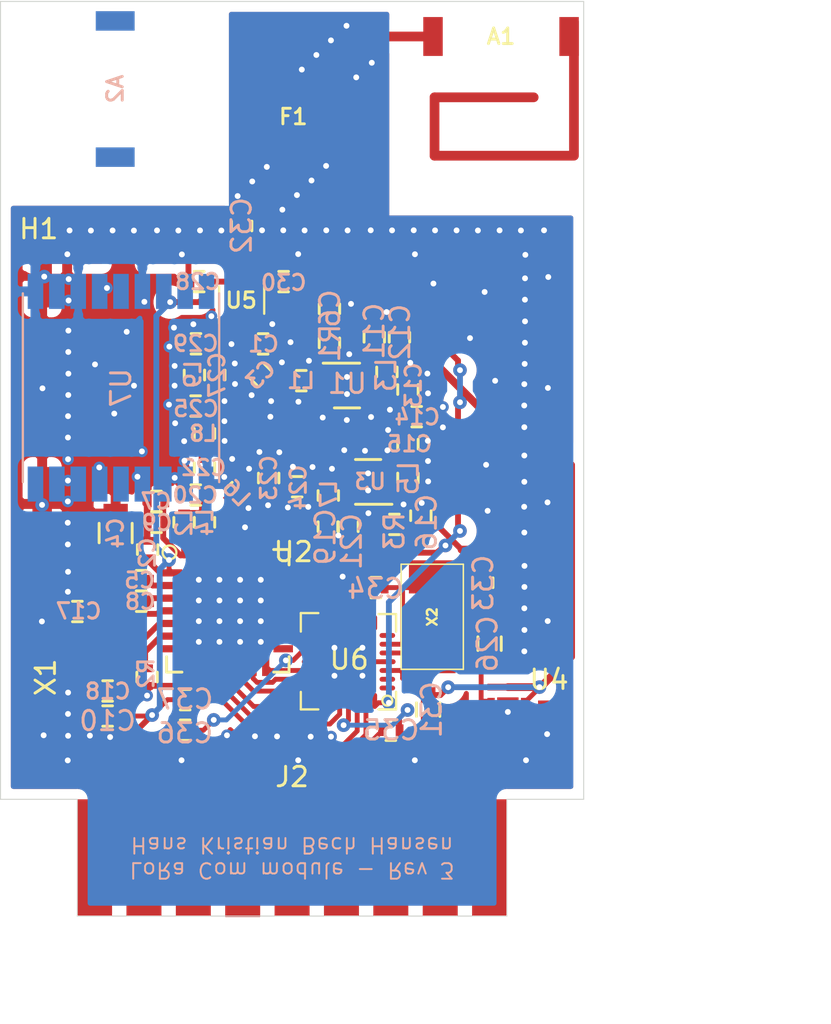
<source format=kicad_pcb>
(kicad_pcb (version 20171130) (host pcbnew "(5.1.6)-1")
  (title_block (title "LoRa Com module") (date 2019-12-13) (rev 2) (company "DTU Space") (comment 4 "Hans Kristian Bech Hansen"))
  (layers (0 F.Cu signal) (31 B.Cu signal) (34 B.Paste user hide) (35 F.Paste user hide) (36 B.SilkS user) (37 F.SilkS user) (38 B.Mask user hide) (39 F.Mask user hide) (44 Edge.Cuts user))
  (net 0 "")
  (net 1 /RF_RX)
  (net 2 GND)
  (net 3 "Net-(C3-Pad1)")
  (net 4 +3V3)
  (net 5 "Net-(C5-Pad1)")
  (net 6 "Net-(C7-Pad1)")
  (net 7 "Net-(C8-Pad1)")
  (net 8 "Net-(C13-Pad1)")
  (net 9 "Net-(C13-Pad2)")
  (net 10 "Net-(C15-Pad1)")
  (net 11 "Net-(C17-Pad2)")
  (net 12 "Net-(C18-Pad2)")
  (net 13 /SX1272_RF_TX)
  (net 14 "Net-(C22-Pad1)")
  (net 15 /LNA2_out)
  (net 16 "Net-(C24-Pad2)")
  (net 17 "Net-(C25-Pad1)")
  (net 18 "Net-(C25-Pad2)")
  (net 19 /RF_TX)
  (net 20 /RXTX_SW)
  (net 21 "Net-(C32-Pad2)")
  (net 22 /RX)
  (net 23 /TX)
  (net 24 "Net-(L1-Pad1)")
  (net 25 "Net-(L4-Pad2)")
  (net 26 "Net-(L5-Pad1)")
  (net 27 /SX1272_RF_RX)
  (net 28 "Net-(R1-Pad2)")
  (net 29 "Net-(R3-Pad2)")
  (net 30 /Reset)
  (net 31 "Net-(U1-Pad8)")
  (net 32 "Net-(U1-Pad6)")
  (net 33 "Net-(U1-Pad5)")
  (net 34 "Net-(U1-Pad4)")
  (net 35 "Net-(U1-Pad3)")
  (net 36 /DIO0)
  (net 37 /DIO1)
  (net 38 /DIO2)
  (net 39 /DIO3)
  (net 40 /DIO4)
  (net 41 /DIO5)
  (net 42 /SCK)
  (net 43 /MISO)
  (net 44 /MOSI)
  (net 45 /RF_CS)
  (net 46 "Net-(U2-Pad21)")
  (net 47 "Net-(U2-Pad24)")
  (net 48 "Net-(U3-Pad3)")
  (net 49 "Net-(U3-Pad4)")
  (net 50 "Net-(U3-Pad5)")
  (net 51 "Net-(U3-Pad6)")
  (net 52 "Net-(U3-Pad8)")
  (net 53 /Reset_SX)
  (net 54 "Net-(A1-Pad1)")
  (net 55 /RF_antenna)
  (net 56 "Net-(U6-Pad1)")
  (net 57 "Net-(C10-Pad1)")
  (net 58 "Net-(C26-Pad1)")
  (net 59 "Net-(C29-Pad2)")
  (net 60 "Net-(C33-Pad2)")
  (net 61 "Net-(C34-Pad2)")
  (net 62 "Net-(C35-Pad2)")
  (net 63 "Net-(C36-Pad2)")
  (net 64 "Net-(U4-Pad1)")
  (net 65 "Net-(U6-Pad12)")
  (net 66 "Net-(U6-Pad10)")
  (net 67 "Net-(U6-Pad9)")
  (net 68 "Net-(U6-Pad7)")
  (net 69 "Net-(U6-Pad2)")
  (net 70 "Net-(U6-Pad8)")
  (net 71 "Net-(A2-Pad1)")
  (net 72 "Net-(U7-Pad18)")
  (net 73 "Net-(U7-Pad17)")
  (net 74 "Net-(U7-Pad16)")
  (net 75 "Net-(U7-Pad14)")
  (net 76 "Net-(U7-Pad13)")
  (net 77 "Net-(U7-Pad9)")
  (net 78 "Net-(U7-Pad4)")
  (module dtusat:DFN-8 (layer F.Cu) (at 118.91244 125.6882 180)
    (fp_text reference U3 (at -0.10756 0.0182) (layer B.SilkS) (effects (font (size 0.8 0.8)) (justify mirror)))
    (fp_text value SKY67013-396LF_CID141)
    (pad 9 smd rect (at 0 -0.44 180) (size 1.06 0.88) (layers F.Cu F.Paste F.Mask) (net 2 GND))
    (pad 9 smd rect (at 0 0.44 180) (size 1.06 0.88) (layers F.Cu F.Paste F.Mask) (net 2 GND))
    (pad 8 smd rect (at 0.9 -0.75 180) (size 0.5 0.3) (layers F.Cu F.Paste F.Mask) (net 52 "Net-(U3-Pad8)"))
    (pad 7 smd rect (at 0.9 -0.25 180) (size 0.5 0.3) (layers F.Cu F.Paste F.Mask) (net 16 "Net-(C24-Pad2)"))
    (pad 6 smd rect (at 0.9 0.25 180) (size 0.5 0.3) (layers F.Cu F.Paste F.Mask) (net 51 "Net-(U3-Pad6)"))
    (pad 5 smd rect (at 0.9 0.75 180) (size 0.5 0.3) (layers F.Cu F.Paste F.Mask) (net 50 "Net-(U3-Pad5)"))
    (pad 4 smd rect (at -0.9 0.75 180) (size 0.5 0.3) (layers F.Cu F.Paste F.Mask) (net 49 "Net-(U3-Pad4)"))
    (pad 3 smd rect (at -0.9 0.25 180) (size 0.5 0.3) (layers F.Cu F.Paste F.Mask) (net 48 "Net-(U3-Pad3)"))
    (pad 2 smd rect (at -0.9 -0.25 180) (size 0.5 0.3) (layers F.Cu F.Paste F.Mask) (net 26 "Net-(L5-Pad1)"))
    (pad 1 smd rect (at -0.9 -0.75 180) (size 0.5 0.3) (layers F.Cu F.Paste F.Mask) (net 29 "Net-(R3-Pad2)"))
  )
  (module dtusat:DFN-8 (layer F.Cu) (at 117.82616 120.73628)
    (fp_text reference U1 (at 0.01384 -0.09628) (layer B.SilkS) (effects (justify mirror)))
    (fp_text value SKY67013-396LF_CID141)
    (pad 9 smd rect (at 0 -0.44) (size 1.06 0.88) (layers F.Cu F.Paste F.Mask) (net 2 GND))
    (pad 9 smd rect (at 0 0.44) (size 1.06 0.88) (layers F.Cu F.Paste F.Mask) (net 2 GND))
    (pad 8 smd rect (at 0.9 -0.75) (size 0.5 0.3) (layers F.Cu F.Paste F.Mask) (net 31 "Net-(U1-Pad8)"))
    (pad 7 smd rect (at 0.9 -0.25) (size 0.5 0.3) (layers F.Cu F.Paste F.Mask) (net 9 "Net-(C13-Pad2)"))
    (pad 6 smd rect (at 0.9 0.25) (size 0.5 0.3) (layers F.Cu F.Paste F.Mask) (net 32 "Net-(U1-Pad6)"))
    (pad 5 smd rect (at 0.9 0.75) (size 0.5 0.3) (layers F.Cu F.Paste F.Mask) (net 33 "Net-(U1-Pad5)"))
    (pad 4 smd rect (at -0.9 0.75) (size 0.5 0.3) (layers F.Cu F.Paste F.Mask) (net 34 "Net-(U1-Pad4)"))
    (pad 3 smd rect (at -0.9 0.25) (size 0.5 0.3) (layers F.Cu F.Paste F.Mask) (net 35 "Net-(U1-Pad3)"))
    (pad 2 smd rect (at -0.9 -0.25) (size 0.5 0.3) (layers F.Cu F.Paste F.Mask) (net 24 "Net-(L1-Pad1)"))
    (pad 1 smd rect (at -0.9 -0.75) (size 0.5 0.3) (layers F.Cu F.Paste F.Mask) (net 28 "Net-(R1-Pad2)"))
  )
  (module dtusat:TSX-3225 (layer F.Cu) (at 104.85946 134.3964)
    (fp_text reference X1 (at -2.53746 1.3335 90) (layer F.SilkS))
    (fp_text value X1E0000210162_CID142)
    (pad 4 smd rect (at -0.4 0.225) (size 1.4 1.15) (drill (offset -0.7 0.575)) (layers F.Cu F.Paste F.Mask))
    (pad 3 smd rect (at 0.4 0.225) (size 1.4 1.15) (drill (offset 0.7 0.575)) (layers F.Cu F.Paste F.Mask) (net 12 "Net-(C18-Pad2)"))
    (pad 2 smd rect (at 0.4 -0.225) (size 1.4 1.15) (drill (offset 0.7 -0.575)) (layers F.Cu F.Paste F.Mask))
    (pad 1 smd rect (at -0.4 -0.225) (size 1.4 1.15) (drill (offset -0.7 -0.575)) (layers F.Cu F.Paste F.Mask) (net 11 "Net-(C17-Pad2)"))
  )
  (module dtusat:via-0.6mm-0.3mm_drill (layer F.Cu) (at 116.75 109.45)
    (fp_text reference "" hide)
    (fp_text value "" hide)
    (pad 1 thru_hole circle (at 0 0) (size 0.6 0.6) (drill 0.3) (layers *.Cu *.Mask) (net 2 GND))
  )
  (module dtusat:via-0.6mm-0.3mm_drill (layer F.Cu) (at 113.7 109.5)
    (fp_text reference "" hide)
    (fp_text value "" hide)
    (pad 1 thru_hole circle (at 0 0) (size 0.6 0.6) (drill 0.3) (layers *.Cu *.Mask) (net 2 GND))
  )
  (module dtusat:SAW_869MHz (layer F.Cu) (at 115.95 106.9 180)
    (fp_text reference F1 (at 0.889 -0.0254 180) (layer F.SilkS) (effects (font (size 0.8 0.8))))
    (fp_text value SAW_869MHz)
    (pad 1 smd rect (at 1.2 -0.75 180) (size 0.6 1.5) (layers F.Cu F.Paste F.Mask) (net 2 GND))
    (pad 2 smd rect (at 0 -1.125 180) (size 0.6 0.75) (layers F.Cu F.Paste F.Mask) (net 55 /RF_antenna))
    (pad 3 smd rect (at -1.2 -1.125 180) (size 0.6 0.75) (layers F.Cu F.Paste F.Mask) (net 2 GND))
    (pad 4 smd rect (at -1.2 1.125 180) (size 0.6 0.75) (layers F.Cu F.Paste F.Mask) (net 2 GND))
    (pad 5 smd rect (at 0 1.125 180) (size 0.6 0.75) (layers F.Cu F.Paste F.Mask) (net 54 "Net-(A1-Pad1)"))
    (pad 6 smd rect (at 1.2 1.125 180) (size 0.6 0.75) (layers F.Cu F.Paste F.Mask) (net 2 GND))
  )
  (module dtusat:XCL205 (layer F.Cu) (at 126.1 137.51 270)
    (fp_text reference U4 (at -1.66 -2.12 180) (layer F.SilkS))
    (fp_text value XCL205)
    (pad 7 smd rect (at 1.275 0 270) (size 0.35 2.1) (layers F.Cu F.Paste F.Mask) (net 64 "Net-(U4-Pad1)"))
    (pad 8 smd rect (at -1.275 0 270) (size 0.35 2.1) (layers F.Cu F.Paste F.Mask) (net 4 +3V3))
    (pad 1 smd rect (at 0.55 -0.8625 270) (size 0.35 0.375) (layers F.Cu F.Paste F.Mask) (net 64 "Net-(U4-Pad1)"))
    (pad 2 smd rect (at 0 -0.8625 270) (size 0.35 0.375) (layers F.Cu F.Paste F.Mask) (net 2 GND))
    (pad 3 smd rect (at -0.55 -0.8625 270) (size 0.35 0.375) (layers F.Cu F.Paste F.Mask) (net 4 +3V3))
    (pad 4 smd rect (at -0.55 0.8625 270) (size 0.35 0.375) (layers F.Cu F.Paste F.Mask) (net 58 "Net-(C26-Pad1)"))
    (pad 5 smd rect (at 0 0.8625 270) (size 0.35 0.375) (layers F.Cu F.Paste F.Mask) (net 2 GND))
    (pad 6 smd rect (at 0.55 0.8625 270) (size 0.35 0.375) (layers F.Cu F.Paste F.Mask) (net 58 "Net-(C26-Pad1)"))
    (pad GND smd rect (at 0 0 270) (size 1.5 1.1) (layers F.Cu F.Paste F.Mask))
  )
  (module dtusat:TXC14.3 (layer F.Cu) (at 122.21 132.62 270)
    (fp_text reference X2 (at 0 0 90) (layer F.SilkS) (effects (font (size 0.5 0.5) (thickness 0.125))))
    (fp_text value 7A-12.000MAAJ-T_CID117)
    (pad 2 smd rect (at 2.7 0 270) (size 1.7 2.4) (drill (offset -0.65 0)) (layers F.Cu F.Paste F.Mask) (net 60 "Net-(C33-Pad2)"))
    (pad 1 smd rect (at -2.7 0 270) (size 1.7 2.4) (drill (offset 0.65 0)) (layers F.Cu F.Paste F.Mask) (net 61 "Net-(C34-Pad2)"))
  )
  (module dtusat:via-0.6mm-0.3mm_drill (layer F.Cu) (at 118.3 104.9)
    (fp_text reference "" hide)
    (fp_text value "" hide)
    (pad 1 thru_hole circle (at 0 0) (size 0.6 0.6) (drill 0.3) (layers *.Cu *.Mask) (net 2 GND))
  )
  (module dtusat:via-0.6mm-0.3mm_drill (layer F.Cu) (at 119.1 104.15)
    (fp_text reference "" hide)
    (fp_text value "" hide)
    (pad 1 thru_hole circle (at 0 0) (size 0.6 0.6) (drill 0.3) (layers *.Cu *.Mask) (net 2 GND))
  )
  (module dtusat:via-0.6mm-0.3mm_drill (layer F.Cu) (at 117.8 102.25)
    (fp_text reference "" hide)
    (fp_text value "" hide)
    (pad 1 thru_hole circle (at 0 0) (size 0.6 0.6) (drill 0.3) (layers *.Cu *.Mask) (net 2 GND))
  )
  (module dtusat:via-0.6mm-0.3mm_drill (layer F.Cu) (at 117 103)
    (fp_text reference "" hide)
    (fp_text value "" hide)
    (pad 1 thru_hole circle (at 0 0) (size 0.6 0.6) (drill 0.3) (layers *.Cu *.Mask) (net 2 GND))
  )
  (module dtusat:via-0.6mm-0.3mm_drill (layer F.Cu) (at 116.25 103.75)
    (fp_text reference "" hide)
    (fp_text value "" hide)
    (pad 1 thru_hole circle (at 0 0) (size 0.6 0.6) (drill 0.3) (layers *.Cu *.Mask) (net 2 GND))
  )
  (module dtusat:via-0.6mm-0.3mm_drill (layer F.Cu) (at 115.5 104.5)
    (fp_text reference "" hide)
    (fp_text value "" hide)
    (pad 1 thru_hole circle (at 0 0) (size 0.6 0.6) (drill 0.3) (layers *.Cu *.Mask) (net 2 GND))
  )
  (module dtusat:via-0.6mm-0.3mm_drill (layer F.Cu) (at 112.2 111)
    (fp_text reference "" hide)
    (fp_text value "" hide)
    (pad 1 thru_hole circle (at 0 0) (size 0.6 0.6) (drill 0.3) (layers *.Cu *.Mask) (net 2 GND))
  )
  (module dtusat:via-0.6mm-0.3mm_drill (layer F.Cu) (at 112.95 110.25)
    (fp_text reference "" hide)
    (fp_text value "" hide)
    (pad 1 thru_hole circle (at 0 0) (size 0.6 0.6) (drill 0.3) (layers *.Cu *.Mask) (net 2 GND))
  )
  (module dtusat:via-0.6mm-0.3mm_drill (layer F.Cu) (at 116 110.2)
    (fp_text reference "" hide)
    (fp_text value "" hide)
    (pad 1 thru_hole circle (at 0 0) (size 0.6 0.6) (drill 0.3) (layers *.Cu *.Mask) (net 2 GND))
  )
  (module dtusat:via-0.6mm-0.3mm_drill (layer F.Cu) (at 115.25 110.95)
    (fp_text reference "" hide)
    (fp_text value "" hide)
    (pad 1 thru_hole circle (at 0 0) (size 0.6 0.6) (drill 0.3) (layers *.Cu *.Mask) (net 2 GND))
  )
  (module dtusat:via-0.6mm-0.3mm_drill (layer F.Cu) (at 114.5 111.7)
    (fp_text reference "" hide)
    (fp_text value "" hide)
    (pad 1 thru_hole circle (at 0 0) (size 0.6 0.6) (drill 0.3) (layers *.Cu *.Mask) (net 2 GND))
  )
  (module dtusat:Ceramic_Antenna (layer B.Cu) (at 105.9 105.5 270)
    (fp_text reference A2 (at 0 0 90) (layer B.SilkS) (effects (font (size 0.8 0.8)) (justify mirror)))
    (fp_text value GPS_ceramic_antenna)
    (pad 2 smd rect (at -3.5 0 270) (size 1 2) (layers B.Cu B.Paste B.Mask))
    (pad 1 smd rect (at 3.5 0 270) (size 1 2) (layers B.Cu B.Paste B.Mask) (net 71 "Net-(A2-Pad1)"))
  )
  (module dtusat:Antenna_868MHz (layer F.Cu) (at 125.75 102.8 180)
    (fp_text reference A1 (at 0 0) (layer F.SilkS) (effects (font (size 0.8 0.8))))
    (fp_text value 868MHz_ceramic_antenna)
    (pad 2 smd rect (at -3.5 0 180) (size 1 2) (layers F.Cu F.Paste F.Mask))
    (pad 1 smd rect (at 3.5 0 180) (size 1 2) (layers F.Cu F.Paste F.Mask) (net 54 "Net-(A1-Pad1)"))
  )
  (module dtusat:QFN-28 (layer F.Cu) (at 111.69412 132.31372)
    (fp_text reference U2 (at 3.36788 -3.02772) (layer F.SilkS))
    (fp_text value SX1272IMLTRICT-ND_CID104)
    (pad 29 smd rect (at -1.59375 -1.59375) (size 1.0625 1.0625) (layers F.Cu F.Paste F.Mask) (net 2 GND))
    (pad 29 smd rect (at -1.59375 -0.53125) (size 1.0625 1.0625) (layers F.Cu F.Paste F.Mask) (net 2 GND))
    (pad 29 smd rect (at -1.59375 0.53125) (size 1.0625 1.0625) (layers F.Cu F.Paste F.Mask) (net 2 GND))
    (pad 29 smd rect (at -1.59375 1.59375) (size 1.0625 1.0625) (layers F.Cu F.Paste F.Mask) (net 2 GND))
    (pad 29 smd rect (at -0.53125 -1.59375) (size 1.0625 1.0625) (layers F.Cu F.Paste F.Mask) (net 2 GND))
    (pad 29 smd rect (at -0.53125 -0.53125) (size 1.0625 1.0625) (layers F.Cu F.Paste F.Mask) (net 2 GND))
    (pad 29 smd rect (at -0.53125 0.53125) (size 1.0625 1.0625) (layers F.Cu F.Paste F.Mask) (net 2 GND))
    (pad 29 smd rect (at -0.53125 1.59375) (size 1.0625 1.0625) (layers F.Cu F.Paste F.Mask) (net 2 GND))
    (pad 29 smd rect (at 0.53125 -1.59375) (size 1.0625 1.0625) (layers F.Cu F.Paste F.Mask) (net 2 GND))
    (pad 29 smd rect (at 0.53125 -0.53125) (size 1.0625 1.0625) (layers F.Cu F.Paste F.Mask) (net 2 GND))
    (pad 29 smd rect (at 0.53125 0.53125) (size 1.0625 1.0625) (layers F.Cu F.Paste F.Mask) (net 2 GND))
    (pad 29 smd rect (at 0.53125 1.59375) (size 1.0625 1.0625) (layers F.Cu F.Paste F.Mask) (net 2 GND))
    (pad 29 smd rect (at 1.59375 -1.59375) (size 1.0625 1.0625) (layers F.Cu F.Paste F.Mask) (net 2 GND))
    (pad 29 smd rect (at 1.59375 -0.53125) (size 1.0625 1.0625) (layers F.Cu F.Paste F.Mask) (net 2 GND))
    (pad 29 smd rect (at 1.59375 0.53125) (size 1.0625 1.0625) (layers F.Cu F.Paste F.Mask) (net 2 GND))
    (pad 29 smd rect (at 1.59375 1.59375) (size 1.0625 1.0625) (layers F.Cu F.Paste F.Mask) (net 2 GND))
    (pad 28 smd rect (at -1.95 -2.85 90) (size 1 0.37) (layers F.Cu F.Paste F.Mask) (net 6 "Net-(C7-Pad1)"))
    (pad 27 smd rect (at -1.3 -2.85 90) (size 1 0.37) (layers F.Cu F.Paste F.Mask) (net 25 "Net-(L4-Pad2)"))
    (pad 26 smd rect (at -0.65 -2.85 90) (size 1 0.37) (layers F.Cu F.Paste F.Mask) (net 2 GND))
    (pad 25 smd rect (at 0 -2.85 90) (size 1 0.37) (layers F.Cu F.Paste F.Mask) (net 27 /SX1272_RF_RX))
    (pad 24 smd rect (at 0.65 -2.85 90) (size 1 0.37) (layers F.Cu F.Paste F.Mask) (net 47 "Net-(U2-Pad24)"))
    (pad 23 smd rect (at 1.3 -2.85 90) (size 1 0.37) (layers F.Cu F.Paste F.Mask) (net 20 /RXTX_SW))
    (pad 22 smd rect (at 1.95 -2.85 90) (size 1 0.37) (layers F.Cu F.Paste F.Mask) (net 2 GND))
    (pad 21 smd rect (at 2.85 -1.95) (size 1 0.37) (layers F.Cu F.Paste F.Mask) (net 46 "Net-(U2-Pad21)"))
    (pad 20 smd rect (at 2.85 -1.3) (size 1 0.37) (layers F.Cu F.Paste F.Mask) (net 45 /RF_CS))
    (pad 19 smd rect (at 2.85 -0.65) (size 1 0.37) (layers F.Cu F.Paste F.Mask) (net 44 /MOSI))
    (pad 18 smd rect (at 2.85 0) (size 1 0.37) (layers F.Cu F.Paste F.Mask) (net 43 /MISO))
    (pad 17 smd rect (at 2.85 0.65) (size 1 0.37) (layers F.Cu F.Paste F.Mask) (net 42 /SCK))
    (pad 16 smd rect (at 2.85 1.3) (size 1 0.37) (layers F.Cu F.Paste F.Mask) (net 2 GND))
    (pad 15 smd rect (at 2.85 1.95) (size 1 0.37) (layers F.Cu F.Paste F.Mask) (net 57 "Net-(C10-Pad1)"))
    (pad 14 smd rect (at 1.95 2.85 90) (size 1 0.37) (layers F.Cu F.Paste F.Mask) (net 41 /DIO5))
    (pad 13 smd rect (at 1.3 2.85 90) (size 1 0.37) (layers F.Cu F.Paste F.Mask) (net 40 /DIO4))
    (pad 12 smd rect (at 0.65 2.85 90) (size 1 0.37) (layers F.Cu F.Paste F.Mask) (net 39 /DIO3))
    (pad 11 smd rect (at 0 2.85 90) (size 1 0.37) (layers F.Cu F.Paste F.Mask) (net 38 /DIO2))
    (pad 10 smd rect (at -0.65 2.85 90) (size 1 0.37) (layers F.Cu F.Paste F.Mask) (net 37 /DIO1))
    (pad 9 smd rect (at -1.3 2.85 90) (size 1 0.37) (layers F.Cu F.Paste F.Mask) (net 36 /DIO0))
    (pad 8 smd rect (at -1.95 2.85 90) (size 1 0.37) (layers F.Cu F.Paste F.Mask) (net 2 GND))
    (pad 7 smd rect (at -2.85 1.95) (size 1 0.37) (layers F.Cu F.Paste F.Mask) (net 2 GND))
    (pad 6 smd rect (at -2.85 1.3) (size 1 0.37) (layers F.Cu F.Paste F.Mask) (net 53 /Reset_SX))
    (pad 5 smd rect (at -2.85 0.65) (size 1 0.37) (layers F.Cu F.Paste F.Mask) (net 12 "Net-(C18-Pad2)"))
    (pad 4 smd rect (at -2.85 0) (size 1 0.37) (layers F.Cu F.Paste F.Mask) (net 11 "Net-(C17-Pad2)"))
    (pad 3 smd rect (at -2.85 -0.65) (size 1 0.37) (layers F.Cu F.Paste F.Mask) (net 7 "Net-(C8-Pad1)"))
    (pad 2 smd rect (at -2.85 -1.3) (size 1 0.37) (layers F.Cu F.Paste F.Mask) (net 5 "Net-(C5-Pad1)"))
    (pad 1 smd rect (at -2.85 -1.95) (size 1 0.37) (layers F.Cu F.Paste F.Mask) (net 57 "Net-(C10-Pad1)"))
  )
  (module dtusat:C0402 (layer F.Cu) (at 103.9548 132.34916)
    (fp_text reference C17 (at 0.0652 -0.01916) (layer B.SilkS) (effects (font (size 0.8 0.8)) (justify mirror)))
    (fp_text value C_0402_15pF_CID2083)
    (pad 2 smd rect (at 0.45 0) (size 0.4 0.6) (layers F.Cu F.Paste F.Mask) (net 11 "Net-(C17-Pad2)"))
    (pad 1 smd rect (at -0.45 0) (size 0.4 0.6) (layers F.Cu F.Paste F.Mask) (net 2 GND))
  )
  (module dtusat:ATMega328P_MMH (layer F.Cu) (at 117.9 134.93 180)
    (fp_text reference U6 (at -0.04 0.11 180) (layer F.SilkS))
    (fp_text value ATMEGA328P-MMH)
    (pad "" smd rect (at 0 0 270) (size 2.45 2.45) (layers F.Cu F.Paste F.Mask))
    (pad 28 smd oval (at -1.35 -2.3 270) (size 0.8 0.25) (drill (offset -0.3 0)) (layers F.Cu F.Paste F.Mask) (net 20 /RXTX_SW))
    (pad 27 smd oval (at -0.9 -2.3 270) (size 0.8 0.25) (drill (offset -0.3 0)) (layers F.Cu F.Paste F.Mask) (net 23 /TX))
    (pad 26 smd oval (at -0.45 -2.3 270) (size 0.8 0.25) (drill (offset -0.3 0)) (layers F.Cu F.Paste F.Mask) (net 22 /RX))
    (pad 25 smd oval (at 0 -2.3 270) (size 0.8 0.25) (drill (offset -0.3 0)) (layers F.Cu F.Paste F.Mask) (net 62 "Net-(C35-Pad2)"))
    (pad 24 smd oval (at 0.45 -2.3 270) (size 0.8 0.25) (drill (offset -0.3 0)) (layers F.Cu F.Paste F.Mask) (net 36 /DIO0))
    (pad 23 smd oval (at 0.9 -2.3 270) (size 0.8 0.25) (drill (offset -0.3 0)) (layers F.Cu F.Paste F.Mask) (net 37 /DIO1))
    (pad 14 smd oval (at 1.35 2.3 270) (size 0.8 0.25) (drill (offset 0.3 0)) (layers F.Cu F.Paste F.Mask) (net 43 /MISO))
    (pad 13 smd oval (at 0.9 2.3 270) (size 0.8 0.25) (drill (offset 0.3 0)) (layers F.Cu F.Paste F.Mask) (net 44 /MOSI))
    (pad 12 smd oval (at 0.45 2.3 270) (size 0.8 0.25) (drill (offset 0.3 0)) (layers F.Cu F.Paste F.Mask) (net 65 "Net-(U6-Pad12)"))
    (pad 11 smd oval (at 0 2.3 270) (size 0.8 0.25) (drill (offset 0.3 0)) (layers F.Cu F.Paste F.Mask) (net 45 /RF_CS))
    (pad 10 smd oval (at -0.45 2.3 270) (size 0.8 0.25) (drill (offset 0.3 0)) (layers F.Cu F.Paste F.Mask) (net 66 "Net-(U6-Pad10)"))
    (pad 9 smd oval (at -0.9 2.3 270) (size 0.8 0.25) (drill (offset 0.3 0)) (layers F.Cu F.Paste F.Mask) (net 67 "Net-(U6-Pad9)"))
    (pad 21 smd oval (at 2.3 -1.35 180) (size 0.8 0.25) (drill (offset -0.3 0)) (layers F.Cu F.Paste F.Mask) (net 39 /DIO3))
    (pad 20 smd oval (at 2.3 -0.9 180) (size 0.8 0.25) (drill (offset -0.3 0)) (layers F.Cu F.Paste F.Mask) (net 40 /DIO4))
    (pad 19 smd oval (at 2.3 -0.45 180) (size 0.8 0.25) (drill (offset -0.3 0)) (layers F.Cu F.Paste F.Mask) (net 41 /DIO5))
    (pad 18 smd oval (at 2.3 0 180) (size 0.8 0.25) (drill (offset -0.3 0)) (layers F.Cu F.Paste F.Mask) (net 2 GND))
    (pad 17 smd oval (at 2.3 0.45 180) (size 0.8 0.25) (drill (offset -0.3 0)) (layers F.Cu F.Paste F.Mask) (net 63 "Net-(C36-Pad2)"))
    (pad 16 smd oval (at 2.3 0.9 180) (size 0.8 0.25) (drill (offset -0.3 0)) (layers F.Cu F.Paste F.Mask) (net 4 +3V3))
    (pad 7 smd oval (at -2.3 1.35 180) (size 0.8 0.25) (drill (offset 0.3 0)) (layers F.Cu F.Paste F.Mask) (net 68 "Net-(U6-Pad7)"))
    (pad 6 smd oval (at -2.3 0.9 180) (size 0.8 0.25) (drill (offset 0.3 0)) (layers F.Cu F.Paste F.Mask) (net 61 "Net-(C34-Pad2)"))
    (pad 5 smd oval (at -2.3 0.45 180) (size 0.8 0.25) (drill (offset 0.3 0)) (layers F.Cu F.Paste F.Mask) (net 60 "Net-(C33-Pad2)"))
    (pad 4 smd oval (at -2.3 0 180) (size 0.8 0.25) (drill (offset 0.3 0)) (layers F.Cu F.Paste F.Mask) (net 2 GND))
    (pad 3 smd oval (at -2.3 -0.45 180) (size 0.8 0.25) (drill (offset 0.3 0)) (layers F.Cu F.Paste F.Mask) (net 4 +3V3))
    (pad 2 smd oval (at -2.3 -0.9 180) (size 0.8 0.25) (drill (offset 0.3 0)) (layers F.Cu F.Paste F.Mask) (net 69 "Net-(U6-Pad2)"))
    (pad 22 smd oval (at 1.35 -2.3 270) (size 0.8 0.25) (drill (offset -0.3 0)) (layers F.Cu F.Paste F.Mask) (net 38 /DIO2))
    (pad 15 smd oval (at 2.3 1.35 180) (size 0.8 0.25) (drill (offset -0.3 0)) (layers F.Cu F.Paste F.Mask) (net 42 /SCK))
    (pad 8 smd oval (at -1.35 2.3 270) (size 0.8 0.25) (drill (offset 0.3 0)) (layers F.Cu F.Paste F.Mask) (net 70 "Net-(U6-Pad8)"))
    (pad 1 smd oval (at -2.3 -1.35 180) (size 0.8 0.25) (drill (offset 0.3 0)) (layers F.Cu F.Paste F.Mask) (net 56 "Net-(U6-Pad1)"))
  )
  (module dtusat:ublox_MAX-M8C (layer B.Cu) (at 106.2 120.85 270)
    (fp_text reference U7 (at 0 0 90) (layer B.SilkS) (effects (justify mirror)))
    (fp_text value ublox_MAX-M8C)
    (pad 18 smd rect (at -4.85 -4.4 270) (size 1.8 0.8) (drill (offset -0.1 0)) (layers B.Cu B.Paste B.Mask) (net 72 "Net-(U7-Pad18)"))
    (pad 17 smd rect (at -4.85 -3.3 270) (size 1.8 0.8) (drill (offset -0.1 0)) (layers B.Cu B.Paste B.Mask) (net 73 "Net-(U7-Pad17)"))
    (pad 16 smd rect (at -4.85 -2.2 270) (size 1.8 0.8) (drill (offset -0.1 0)) (layers B.Cu B.Paste B.Mask) (net 74 "Net-(U7-Pad16)"))
    (pad 15 smd rect (at -4.85 -1.1 270) (size 1.8 0.8) (drill (offset -0.1 0)) (layers B.Cu B.Paste B.Mask) (net 2 GND))
    (pad 14 smd rect (at -4.85 0 270) (size 1.8 0.8) (drill (offset -0.1 0)) (layers B.Cu B.Paste B.Mask) (net 75 "Net-(U7-Pad14)"))
    (pad 13 smd rect (at -4.85 1.1 270) (size 1.8 0.8) (drill (offset -0.1 0)) (layers B.Cu B.Paste B.Mask) (net 76 "Net-(U7-Pad13)"))
    (pad 12 smd rect (at -4.85 2.2 270) (size 1.8 0.8) (drill (offset -0.1 0)) (layers B.Cu B.Paste B.Mask) (net 2 GND))
    (pad 11 smd rect (at -4.85 3.3 270) (size 1.8 0.8) (drill (offset -0.1 0)) (layers B.Cu B.Paste B.Mask) (net 71 "Net-(A2-Pad1)"))
    (pad 10 smd rect (at -4.85 4.4 270) (size 1.8 0.8) (drill (offset -0.1 0)) (layers B.Cu B.Paste B.Mask) (net 2 GND))
    (pad 9 smd rect (at 4.85 4.4 270) (size 1.8 0.8) (drill (offset 0.1 0)) (layers B.Cu B.Paste B.Mask) (net 77 "Net-(U7-Pad9)"))
    (pad 8 smd rect (at 4.85 3.3 270) (size 1.8 0.8) (drill (offset 0.1 0)) (layers B.Cu B.Paste B.Mask) (net 4 +3V3))
    (pad 7 smd rect (at 4.85 2.2 270) (size 1.8 0.8) (drill (offset 0.1 0)) (layers B.Cu B.Paste B.Mask) (net 4 +3V3))
    (pad 6 smd rect (at 4.85 1.1 270) (size 1.8 0.8) (drill (offset 0.1 0)) (layers B.Cu B.Paste B.Mask) (net 4 +3V3))
    (pad 5 smd rect (at 4.85 0 270) (size 1.8 0.8) (drill (offset 0.1 0)) (layers B.Cu B.Paste B.Mask) (net 4 +3V3))
    (pad 4 smd rect (at 4.85 -1.1 270) (size 1.8 0.8) (drill (offset 0.1 0)) (layers B.Cu B.Paste B.Mask) (net 78 "Net-(U7-Pad4)"))
    (pad 3 smd rect (at 4.85 -2.2 270) (size 1.8 0.8) (drill (offset 0.1 0)) (layers B.Cu B.Paste B.Mask) (net 23 /TX))
    (pad 2 smd rect (at 4.85 -3.3 270) (size 1.8 0.8) (drill (offset 0.1 0)) (layers B.Cu B.Paste B.Mask) (net 22 /RX))
    (pad 1 smd rect (at 4.85 -4.4 270) (size 1.8 0.8) (drill (offset 0.1 0)) (layers B.Cu B.Paste B.Mask) (net 2 GND))
  )
  (module dtusat:Edge_connector_9_pin (layer F.Cu) (at 115 142.5)
    (fp_text reference J2 (at 0 -1.65) (layer F.SilkS))
    (fp_text value Edge_connector_9_pin)
    (pad 9 smd rect (at 10.16 0) (size 1.8 6) (drill (offset 0 2.5)) (layers F.Cu F.Paste F.Mask) (net 2 GND))
    (pad 8 smd rect (at 7.62 0) (size 1.8 6) (drill (offset 0 2.5)) (layers F.Cu F.Paste F.Mask) (net 58 "Net-(C26-Pad1)"))
    (pad 7 smd rect (at 5.08 0) (size 1.8 6) (drill (offset 0 2.5)) (layers F.Cu F.Paste F.Mask) (net 23 /TX))
    (pad 6 smd rect (at 2.54 0) (size 1.8 6) (drill (offset 0 2.5)) (layers F.Cu F.Paste F.Mask) (net 22 /RX))
    (pad 5 smd rect (at 0 0) (size 1.8 6) (drill (offset 0 2.5)) (layers F.Cu F.Paste F.Mask) (net 44 /MOSI))
    (pad 4 smd rect (at -2.54 0.05) (size 1.8 6) (drill (offset 0 2.5)) (layers F.Cu F.Paste F.Mask) (net 43 /MISO))
    (pad 3 smd rect (at -5.08 0) (size 1.8 6) (drill (offset 0 2.5)) (layers F.Cu F.Paste F.Mask) (net 42 /SCK))
    (pad 2 smd rect (at -7.62 0) (size 1.8 6) (drill (offset 0 2.5)) (layers F.Cu F.Paste F.Mask) (net 30 /Reset))
    (pad 1 smd rect (at -10.16 0) (size 1.8 6) (drill (offset 0 2.5)) (layers F.Cu F.Paste F.Mask) (net 2 GND))
  )
  (module dtusat:C0805 (layer F.Cu) (at 105.92372 128.3164 90)
    (fp_text reference C4 (at -0.0036 -0.00372 -90) (layer B.SilkS) (effects (font (size 0.8 0.8)) (justify mirror)))
    (fp_text value C_0805_10uF_CID2079)
    (pad 2 smd rect (at 1 0 90) (size 1 1.25) (layers F.Cu F.Paste F.Mask) (net 2 GND))
    (pad 1 smd rect (at -1 0 90) (size 1 1.25) (layers F.Cu F.Paste F.Mask) (net 4 +3V3))
  )
  (module dtusat:C0402 (layer F.Cu) (at 116.92192 116.79124 90)
    (fp_text reference C6 (at 0.01124 0.02808 90) (layer B.SilkS) (effects (justify mirror)))
    (fp_text value C_0402_10pF_CID2089)
    (pad 2 smd rect (at 0.45 0 90) (size 0.4 0.6) (layers F.Cu F.Paste F.Mask) (net 2 GND))
    (pad 1 smd rect (at -0.45 0 90) (size 0.4 0.6) (layers F.Cu F.Paste F.Mask) (net 4 +3V3))
  )
  (module dtusat:C0402 (layer F.Cu) (at 119.22824 118.25724 90)
    (fp_text reference C11 (at 0.31724 0.00176 90) (layer B.SilkS) (effects (justify mirror)))
    (fp_text value C_0402_0.5pF_CID2091)
    (pad 2 smd rect (at 0.45 0 90) (size 0.4 0.6) (layers F.Cu F.Paste F.Mask) (net 2 GND))
    (pad 1 smd rect (at -0.45 0 90) (size 0.4 0.6) (layers F.Cu F.Paste F.Mask) (net 4 +3V3))
  )
  (module dtusat:C0402 (layer F.Cu) (at 120.52364 118.25724 90)
    (fp_text reference C12 (at 0.25724 0.02636 90) (layer B.SilkS) (effects (justify mirror)))
    (fp_text value C_0402_10nF_CID2082)
    (pad 2 smd rect (at 0.45 0 90) (size 0.4 0.6) (layers F.Cu F.Paste F.Mask) (net 2 GND))
    (pad 1 smd rect (at -0.45 0 90) (size 0.4 0.6) (layers F.Cu F.Paste F.Mask) (net 4 +3V3))
  )
  (module dtusat:C0402 (layer F.Cu) (at 110.2214 115.3972 180)
    (fp_text reference C28 (at 0.0714 -0.0028 180) (layer B.SilkS) (effects (font (size 0.8 0.8)) (justify mirror)))
    (fp_text value C_0402_1nF_CID2092)
    (pad 2 smd rect (at 0.45 0 180) (size 0.4 0.6) (layers F.Cu F.Paste F.Mask) (net 2 GND))
    (pad 1 smd rect (at -0.45 0 180) (size 0.4 0.6) (layers F.Cu F.Paste F.Mask) (net 4 +3V3))
  )
  (module dtusat:via-0.6mm-0.3mm_drill (layer F.Cu) (at 117.602 130.556)
    (fp_text reference "" hide)
    (fp_text value "" hide)
    (pad 1 thru_hole circle (at 0 0) (size 0.6 0.6) (drill 0.3) (layers *.Cu *.Mask) (net 2 GND))
  )
  (module dtusat:via-0.6mm-0.3mm_drill (layer F.Cu) (at 118.62 134.21 180)
    (fp_text reference "" hide)
    (fp_text value "" hide)
    (pad 1 thru_hole circle (at 0 0 180) (size 0.6 0.6) (drill 0.3) (layers *.Cu *.Mask) (net 2 GND))
  )
  (module dtusat:via-0.6mm-0.3mm_drill (layer F.Cu) (at 117.18 134.21 180)
    (fp_text reference "" hide)
    (fp_text value "" hide)
    (pad 1 thru_hole circle (at 0 0 180) (size 0.6 0.6) (drill 0.3) (layers *.Cu *.Mask) (net 2 GND))
  )
  (module dtusat:via-0.6mm-0.3mm_drill (layer F.Cu) (at 118.62 135.65 180)
    (fp_text reference "" hide)
    (fp_text value "" hide)
    (pad 1 thru_hole circle (at 0 0 180) (size 0.6 0.6) (drill 0.3) (layers *.Cu *.Mask) (net 2 GND))
  )
  (module dtusat:via-0.6mm-0.3mm_drill (layer F.Cu) (at 117.18 135.65 180)
    (fp_text reference "" hide)
    (fp_text value "" hide)
    (pad 1 thru_hole circle (at 0 0 180) (size 0.6 0.6) (drill 0.3) (layers *.Cu *.Mask) (net 2 GND))
  )
  (module dtusat:via-0.6mm-0.3mm_drill (layer F.Cu) (at 105.64 138.8 90)
    (fp_text reference "" hide)
    (fp_text value "" hide)
    (pad 1 thru_hole circle (at 0 0 90) (size 0.6 0.6) (drill 0.3) (layers *.Cu *.Mask) (net 2 GND))
  )
  (module dtusat:C0603 (layer F.Cu) (at 122 137.39 270)
    (fp_text reference C31 (at 0 -0.174 90) (layer B.SilkS) (effects (justify mirror)))
    (fp_text value C_1206_4.7uF_CID2013_small)
    (pad 2 smd rect (at 0.75 0 270) (size 0.8 0.75) (layers F.Cu F.Paste F.Mask) (net 2 GND))
    (pad 1 smd rect (at -0.75 0 270) (size 0.8 0.75) (layers F.Cu F.Paste F.Mask) (net 4 +3V3))
  )
  (module dtusat:C0603 (layer F.Cu) (at 125.16 134 90)
    (fp_text reference C26 (at -0.01 -0.11 90) (layer B.SilkS) (effects (justify mirror)))
    (fp_text value C_1206_4.7uF_CID2013_small)
    (pad 2 smd rect (at 0.75 0 90) (size 0.8 0.75) (layers F.Cu F.Paste F.Mask) (net 2 GND))
    (pad 1 smd rect (at -0.75 0 90) (size 0.8 0.75) (layers F.Cu F.Paste F.Mask) (net 58 "Net-(C26-Pad1)"))
  )
  (module dtusat:C0402 (layer F.Cu) (at 109.5 136.88 180)
    (fp_text reference C37 (at 0.01 0.02) (layer B.SilkS) (effects (justify mirror)))
    (fp_text value C_0402_100nF_CID2072)
    (pad 2 smd rect (at 0.45 0 180) (size 0.4 0.6) (layers F.Cu F.Paste F.Mask) (net 4 +3V3))
    (pad 1 smd rect (at -0.45 0 180) (size 0.4 0.6) (layers F.Cu F.Paste F.Mask) (net 2 GND))
  )
  (module dtusat:C0402 (layer F.Cu) (at 120.08 138.45)
    (fp_text reference C35 (at 0.01 0) (layer B.SilkS) (effects (justify mirror)))
    (fp_text value C_0402_100nF_CID2072)
    (pad 2 smd rect (at 0.45 0) (size 0.4 0.6) (layers F.Cu F.Paste F.Mask) (net 62 "Net-(C35-Pad2)"))
    (pad 1 smd rect (at -0.45 0) (size 0.4 0.6) (layers F.Cu F.Paste F.Mask) (net 30 /Reset))
  )
  (module dtusat:C0402 (layer F.Cu) (at 119.31 131.12)
    (fp_text reference C34 (at -0.02 0.06) (layer B.SilkS) (effects (justify mirror)))
    (fp_text value C_0603_18pF_CID2019)
    (pad 2 smd rect (at 0.45 0) (size 0.4 0.6) (layers F.Cu F.Paste F.Mask) (net 61 "Net-(C34-Pad2)"))
    (pad 1 smd rect (at -0.45 0) (size 0.4 0.6) (layers F.Cu F.Paste F.Mask) (net 2 GND))
  )
  (module dtusat:C0402 (layer F.Cu) (at 124.81 130.87 270)
    (fp_text reference C33 (at 0.02 -0.02 90) (layer B.SilkS) (effects (justify mirror)))
    (fp_text value C_0603_18pF_CID2019)
    (pad 2 smd rect (at 0.45 0 270) (size 0.4 0.6) (layers F.Cu F.Paste F.Mask) (net 60 "Net-(C33-Pad2)"))
    (pad 1 smd rect (at -0.45 0 270) (size 0.4 0.6) (layers F.Cu F.Paste F.Mask) (net 2 GND))
  )
  (module dtusat:C0402 (layer F.Cu) (at 109.5 138.45)
    (fp_text reference C36 (at -0.02 0.15) (layer B.SilkS) (effects (justify mirror)))
    (fp_text value C_0402_100nF_CID2072)
    (pad 2 smd rect (at 0.45 0) (size 0.4 0.6) (layers F.Cu F.Paste F.Mask) (net 63 "Net-(C36-Pad2)"))
    (pad 1 smd rect (at -0.45 0) (size 0.4 0.6) (layers F.Cu F.Paste F.Mask) (net 2 GND))
  )
  (module dtusat:L0402 (layer F.Cu) (at 109.97756 120.19568 270)
    (fp_text reference L9 (at -0.03568 0.07756 90) (layer B.SilkS) (effects (font (size 0.8 0.8)) (justify mirror)))
    (fp_text value L_0402_5.6nH_CID3036)
    (pad 2 smd rect (at 0.45 0 270) (size 0.4 0.6) (layers F.Cu F.Paste F.Mask) (net 17 "Net-(C25-Pad1)"))
    (pad 1 smd rect (at -0.45 0 270) (size 0.4 0.6) (layers F.Cu F.Paste F.Mask) (net 19 /RF_TX))
  )
  (module dtusat:via-0.6mm-0.3mm_drill (layer F.Cu) (at 117.3842 128.44052)
    (fp_text reference "" hide)
    (fp_text value "" hide)
    (pad 1 thru_hole circle (at 0 0) (size 0.6 0.6) (drill 0.3) (layers *.Cu *.Mask) (net 2 GND))
  )
  (module dtusat:via-0.6mm-0.3mm_drill (layer F.Cu) (at 118.0319 116.5402)
    (fp_text reference "" hide)
    (fp_text value "" hide)
    (pad 1 thru_hole circle (at 0 0) (size 0.6 0.6) (drill 0.3) (layers *.Cu *.Mask) (net 2 GND))
  )
  (module dtusat:via-0.6mm-0.3mm_drill (layer F.Cu) (at 119.8607 116.9593)
    (fp_text reference "" hide)
    (fp_text value "" hide)
    (pad 1 thru_hole circle (at 0 0) (size 0.6 0.6) (drill 0.3) (layers *.Cu *.Mask) (net 2 GND))
  )
  (module dtusat:via-0.6mm-0.3mm_drill (layer F.Cu) (at 107.5417 136.6697)
    (fp_text reference "" hide)
    (fp_text value "" hide)
    (pad 1 thru_hole circle (at 0 0) (size 0.6 0.6) (drill 0.3) (layers *.Cu *.Mask) (net 2 GND))
  )
  (module dtusat:via-0.6mm-0.3mm_drill (layer F.Cu) (at 118.91244 126.1282)
    (fp_text reference "" hide)
    (fp_text value "" hide)
    (pad 1 thru_hole circle (at 0 0) (size 0.6 0.6) (drill 0.3) (layers *.Cu *.Mask) (net 2 GND))
  )
  (module dtusat:via-0.6mm-0.3mm_drill (layer F.Cu) (at 118.91244 125.2482)
    (fp_text reference "" hide)
    (fp_text value "" hide)
    (pad 1 thru_hole circle (at 0 0) (size 0.6 0.6) (drill 0.3) (layers *.Cu *.Mask) (net 2 GND))
  )
  (module dtusat:via-0.6mm-0.3mm_drill (layer F.Cu) (at 117.82616 121.17628)
    (fp_text reference "" hide)
    (fp_text value "" hide)
    (pad 1 thru_hole circle (at 0 0) (size 0.6 0.6) (drill 0.3) (layers *.Cu *.Mask) (net 2 GND))
  )
  (module dtusat:via-0.6mm-0.3mm_drill (layer F.Cu) (at 117.82616 120.29628)
    (fp_text reference "" hide)
    (fp_text value "" hide)
    (pad 1 thru_hole circle (at 0 0) (size 0.6 0.6) (drill 0.3) (layers *.Cu *.Mask) (net 2 GND))
  )
  (module dtusat:via-0.6mm-0.3mm_drill (layer F.Cu) (at 122.27116 115.49626)
    (fp_text reference "" hide)
    (fp_text value "" hide)
    (pad 1 thru_hole circle (at 0 0) (size 0.6 0.6) (drill 0.3) (layers *.Cu *.Mask) (net 2 GND))
  )
  (module dtusat:via-0.6mm-0.3mm_drill (layer F.Cu) (at 124.90514 115.92806)
    (fp_text reference "" hide)
    (fp_text value "" hide)
    (pad 1 thru_hole circle (at 0 0) (size 0.6 0.6) (drill 0.3) (layers *.Cu *.Mask) (net 2 GND))
  )
  (module dtusat:via-0.6mm-0.3mm_drill (layer F.Cu) (at 124.1533 118.30042)
    (fp_text reference "" hide)
    (fp_text value "" hide)
    (pad 1 thru_hole circle (at 0 0) (size 0.6 0.6) (drill 0.3) (layers *.Cu *.Mask) (net 2 GND))
  )
  (module dtusat:via-0.6mm-0.3mm_drill (layer F.Cu) (at 125.44616 120.49244)
    (fp_text reference "" hide)
    (fp_text value "" hide)
    (pad 1 thru_hole circle (at 0 0) (size 0.6 0.6) (drill 0.3) (layers *.Cu *.Mask) (net 2 GND))
  )
  (module dtusat:via-0.6mm-0.3mm_drill (layer F.Cu) (at 124.98134 124.81044)
    (fp_text reference "" hide)
    (fp_text value "" hide)
    (pad 1 thru_hole circle (at 0 0) (size 0.6 0.6) (drill 0.3) (layers *.Cu *.Mask) (net 2 GND))
  )
  (module dtusat:via-0.6mm-0.3mm_drill (layer F.Cu) (at 125.06008 127.17518)
    (fp_text reference "" hide)
    (fp_text value "" hide)
    (pad 1 thru_hole circle (at 0 0) (size 0.6 0.6) (drill 0.3) (layers *.Cu *.Mask) (net 2 GND))
  )
  (module dtusat:via-0.6mm-0.3mm_drill (layer F.Cu) (at 107.0464 125.42258)
    (fp_text reference "" hide)
    (fp_text value "" hide)
    (pad 1 thru_hole circle (at 0 0) (size 0.6 0.6) (drill 0.3) (layers *.Cu *.Mask) (net 2 GND))
  )
  (module dtusat:via-0.6mm-0.3mm_drill (layer F.Cu) (at 105.08044 124.94506)
    (fp_text reference "" hide)
    (fp_text value "" hide)
    (pad 1 thru_hole circle (at 0 0) (size 0.6 0.6) (drill 0.3) (layers *.Cu *.Mask) (net 2 GND))
  )
  (module dtusat:via-0.6mm-0.3mm_drill (layer F.Cu) (at 104.862 119.6517)
    (fp_text reference "" hide)
    (fp_text value "" hide)
    (pad 1 thru_hole circle (at 0 0) (size 0.6 0.6) (drill 0.3) (layers *.Cu *.Mask) (net 2 GND))
  )
  (module dtusat:via-0.6mm-0.3mm_drill (layer F.Cu) (at 106.8686 120.7439)
    (fp_text reference "" hide)
    (fp_text value "" hide)
    (pad 1 thru_hole circle (at 0 0) (size 0.6 0.6) (drill 0.3) (layers *.Cu *.Mask) (net 2 GND))
  )
  (module dtusat:via-0.6mm-0.3mm_drill (layer F.Cu) (at 107.402 116.43352)
    (fp_text reference "" hide)
    (fp_text value "" hide)
    (pad 1 thru_hole circle (at 0 0) (size 0.6 0.6) (drill 0.3) (layers *.Cu *.Mask) (net 2 GND))
  )
  (module dtusat:via-0.6mm-0.3mm_drill (layer F.Cu) (at 107.275 124.1221)
    (fp_text reference "" hide)
    (fp_text value "" hide)
    (pad 1 thru_hole circle (at 0 0) (size 0.6 0.6) (drill 0.3) (layers *.Cu *.Mask) (net 2 GND))
  )
  (module dtusat:via-0.6mm-0.3mm_drill (layer F.Cu) (at 106.49268 117.9753)
    (fp_text reference "" hide)
    (fp_text value "" hide)
    (pad 1 thru_hole circle (at 0 0) (size 0.6 0.6) (drill 0.3) (layers *.Cu *.Mask) (net 2 GND))
  )
  (module dtusat:via-0.6mm-0.3mm_drill (layer F.Cu) (at 105.8526 122.179)
    (fp_text reference "" hide)
    (fp_text value "" hide)
    (pad 1 thru_hole circle (at 0 0) (size 0.6 0.6) (drill 0.3) (layers *.Cu *.Mask) (net 2 GND))
  )
  (module dtusat:via-0.6mm-0.3mm_drill (layer F.Cu) (at 105.47668 115.72486)
    (fp_text reference "" hide)
    (fp_text value "" hide)
    (pad 1 thru_hole circle (at 0 0) (size 0.6 0.6) (drill 0.3) (layers *.Cu *.Mask) (net 2 GND))
  )
  (module dtusat:via-0.6mm-0.3mm_drill (layer F.Cu) (at 114.22698 138.76774)
    (fp_text reference "" hide)
    (fp_text value "" hide)
    (pad 1 thru_hole circle (at 0 0) (size 0.6 0.6) (drill 0.3) (layers *.Cu *.Mask) (net 2 GND))
  )
  (module dtusat:via-0.6mm-0.3mm_drill (layer F.Cu) (at 115.95672 138.78044 180)
    (fp_text reference "" hide)
    (fp_text value "" hide)
    (pad 1 thru_hole circle (at 0 0 180) (size 0.6 0.6) (drill 0.3) (layers *.Cu *.Mask) (net 2 GND))
  )
  (module dtusat:via-0.6mm-0.3mm_drill (layer F.Cu) (at 117.0032 138.7779 180)
    (fp_text reference "" hide)
    (fp_text value "" hide)
    (pad 1 thru_hole circle (at 0 0 180) (size 0.6 0.6) (drill 0.3) (layers *.Cu *.Mask) (net 2 GND))
  )
  (module dtusat:via-0.6mm-0.3mm_drill (layer F.Cu) (at 111.65 138.71 180)
    (fp_text reference "" hide)
    (fp_text value "" hide)
    (pad 1 thru_hole circle (at 0 0 180) (size 0.6 0.6) (drill 0.3) (layers *.Cu *.Mask) (net 2 GND))
  )
  (module dtusat:via-0.6mm-0.3mm_drill (layer F.Cu) (at 113.09 138.76 180)
    (fp_text reference "" hide)
    (fp_text value "" hide)
    (pad 1 thru_hole circle (at 0 0 180) (size 0.6 0.6) (drill 0.3) (layers *.Cu *.Mask) (net 2 GND))
  )
  (module dtusat:via-0.6mm-0.3mm_drill (layer F.Cu) (at 126.95238 131.08678 90)
    (fp_text reference "" hide)
    (fp_text value "" hide)
    (pad 1 thru_hole circle (at 0 0 90) (size 0.6 0.6) (drill 0.3) (layers *.Cu *.Mask) (net 2 GND))
  )
  (module dtusat:via-0.6mm-0.3mm_drill (layer F.Cu) (at 126.9473 134.3964 90)
    (fp_text reference "" hide)
    (fp_text value "" hide)
    (pad 1 thru_hole circle (at 0 0 90) (size 0.6 0.6) (drill 0.3) (layers *.Cu *.Mask) (net 2 GND))
  )
  (module dtusat:via-0.6mm-0.3mm_drill (layer F.Cu) (at 126.95238 133.29912 90)
    (fp_text reference "" hide)
    (fp_text value "" hide)
    (pad 1 thru_hole circle (at 0 0 90) (size 0.6 0.6) (drill 0.3) (layers *.Cu *.Mask) (net 2 GND))
  )
  (module dtusat:via-0.6mm-0.3mm_drill (layer F.Cu) (at 126.9473 132.18406 90)
    (fp_text reference "" hide)
    (fp_text value "" hide)
    (pad 1 thru_hole circle (at 0 0 90) (size 0.6 0.6) (drill 0.3) (layers *.Cu *.Mask) (net 2 GND))
  )
  (module dtusat:via-0.6mm-0.3mm_drill (layer F.Cu) (at 123.46242 112.76322)
    (fp_text reference "" hide)
    (fp_text value "" hide)
    (pad 1 thru_hole circle (at 0 0) (size 0.6 0.6) (drill 0.3) (layers *.Cu *.Mask) (net 2 GND))
  )
  (module dtusat:via-0.6mm-0.3mm_drill (layer F.Cu) (at 126.77204 112.7683)
    (fp_text reference "" hide)
    (fp_text value "" hide)
    (pad 1 thru_hole circle (at 0 0) (size 0.6 0.6) (drill 0.3) (layers *.Cu *.Mask) (net 2 GND))
  )
  (module dtusat:via-0.6mm-0.3mm_drill (layer F.Cu) (at 125.67476 112.76322)
    (fp_text reference "" hide)
    (fp_text value "" hide)
    (pad 1 thru_hole circle (at 0 0) (size 0.6 0.6) (drill 0.3) (layers *.Cu *.Mask) (net 2 GND))
  )
  (module dtusat:via-0.6mm-0.3mm_drill (layer F.Cu) (at 126.95492 130.00474 90)
    (fp_text reference "" hide)
    (fp_text value "" hide)
    (pad 1 thru_hole circle (at 0 0 90) (size 0.6 0.6) (drill 0.3) (layers *.Cu *.Mask) (net 2 GND))
  )
  (module dtusat:via-0.6mm-0.3mm_drill (layer F.Cu) (at 124.5597 112.7683)
    (fp_text reference "" hide)
    (fp_text value "" hide)
    (pad 1 thru_hole circle (at 0 0) (size 0.6 0.6) (drill 0.3) (layers *.Cu *.Mask) (net 2 GND))
  )
  (module dtusat:via-0.6mm-0.3mm_drill (layer F.Cu) (at 127.96076 112.76068)
    (fp_text reference "" hide)
    (fp_text value "" hide)
    (pad 1 thru_hole circle (at 0 0) (size 0.6 0.6) (drill 0.3) (layers *.Cu *.Mask) (net 2 GND))
  )
  (module dtusat:via-0.6mm-0.3mm_drill (layer F.Cu) (at 126.9473 128.29024 90)
    (fp_text reference "" hide)
    (fp_text value "" hide)
    (pad 1 thru_hole circle (at 0 0 90) (size 0.6 0.6) (drill 0.3) (layers *.Cu *.Mask) (net 2 GND))
  )
  (module dtusat:via-0.6mm-0.3mm_drill (layer F.Cu) (at 126.93968 126.9669 90)
    (fp_text reference "" hide)
    (fp_text value "" hide)
    (pad 1 thru_hole circle (at 0 0 90) (size 0.6 0.6) (drill 0.3) (layers *.Cu *.Mask) (net 2 GND))
  )
  (module dtusat:via-0.6mm-0.3mm_drill (layer F.Cu) (at 117.85664 112.76576)
    (fp_text reference "" hide)
    (fp_text value "" hide)
    (pad 1 thru_hole circle (at 0 0) (size 0.6 0.6) (drill 0.3) (layers *.Cu *.Mask) (net 2 GND))
  )
  (module dtusat:via-0.6mm-0.3mm_drill (layer F.Cu) (at 116.75936 112.76068)
    (fp_text reference "" hide)
    (fp_text value "" hide)
    (pad 1 thru_hole circle (at 0 0) (size 0.6 0.6) (drill 0.3) (layers *.Cu *.Mask) (net 2 GND))
  )
  (module dtusat:via-0.6mm-0.3mm_drill (layer F.Cu) (at 114.54702 112.76068)
    (fp_text reference "" hide)
    (fp_text value "" hide)
    (pad 1 thru_hole circle (at 0 0) (size 0.6 0.6) (drill 0.3) (layers *.Cu *.Mask) (net 2 GND))
  )
  (module dtusat:via-0.6mm-0.3mm_drill (layer F.Cu) (at 115.6443 112.76576)
    (fp_text reference "" hide)
    (fp_text value "" hide)
    (pad 1 thru_hole circle (at 0 0) (size 0.6 0.6) (drill 0.3) (layers *.Cu *.Mask) (net 2 GND))
  )
  (module dtusat:via-0.6mm-0.3mm_drill (layer F.Cu) (at 119.04536 112.75814)
    (fp_text reference "" hide)
    (fp_text value "" hide)
    (pad 1 thru_hole circle (at 0 0) (size 0.6 0.6) (drill 0.3) (layers *.Cu *.Mask) (net 2 GND))
  )
  (module dtusat:via-0.6mm-0.3mm_drill (layer F.Cu) (at 120.14264 112.76322)
    (fp_text reference "" hide)
    (fp_text value "" hide)
    (pad 1 thru_hole circle (at 0 0) (size 0.6 0.6) (drill 0.3) (layers *.Cu *.Mask) (net 2 GND))
  )
  (module dtusat:via-0.6mm-0.3mm_drill (layer F.Cu) (at 121.2577 112.75814)
    (fp_text reference "" hide)
    (fp_text value "" hide)
    (pad 1 thru_hole circle (at 0 0) (size 0.6 0.6) (drill 0.3) (layers *.Cu *.Mask) (net 2 GND))
  )
  (module dtusat:via-0.6mm-0.3mm_drill (layer F.Cu) (at 122.35498 112.76322)
    (fp_text reference "" hide)
    (fp_text value "" hide)
    (pad 1 thru_hole circle (at 0 0) (size 0.6 0.6) (drill 0.3) (layers *.Cu *.Mask) (net 2 GND))
  )
  (module dtusat:via-0.6mm-0.3mm_drill (layer F.Cu) (at 126.9473 120.66516 90)
    (fp_text reference "" hide)
    (fp_text value "" hide)
    (pad 1 thru_hole circle (at 0 0 90) (size 0.6 0.6) (drill 0.3) (layers *.Cu *.Mask) (net 2 GND))
  )
  (module dtusat:via-0.6mm-0.3mm_drill (layer F.Cu) (at 126.9473 125.6842 90)
    (fp_text reference "" hide)
    (fp_text value "" hide)
    (pad 1 thru_hole circle (at 0 0 90) (size 0.6 0.6) (drill 0.3) (layers *.Cu *.Mask) (net 2 GND))
  )
  (module dtusat:via-0.6mm-0.3mm_drill (layer F.Cu) (at 126.9473 122.8775 90)
    (fp_text reference "" hide)
    (fp_text value "" hide)
    (pad 1 thru_hole circle (at 0 0 90) (size 0.6 0.6) (drill 0.3) (layers *.Cu *.Mask) (net 2 GND))
  )
  (module dtusat:via-0.6mm-0.3mm_drill (layer F.Cu) (at 126.9473 124.33292 90)
    (fp_text reference "" hide)
    (fp_text value "" hide)
    (pad 1 thru_hole circle (at 0 0 90) (size 0.6 0.6) (drill 0.3) (layers *.Cu *.Mask) (net 2 GND))
  )
  (module dtusat:via-0.6mm-0.3mm_drill (layer F.Cu) (at 126.94222 121.76244 90)
    (fp_text reference "" hide)
    (fp_text value "" hide)
    (pad 1 thru_hole circle (at 0 0 90) (size 0.6 0.6) (drill 0.3) (layers *.Cu *.Mask) (net 2 GND))
  )
  (module dtusat:via-0.6mm-0.3mm_drill (layer F.Cu) (at 126.97778 116.3243 90)
    (fp_text reference "" hide)
    (fp_text value "" hide)
    (pad 1 thru_hole circle (at 0 0 90) (size 0.6 0.6) (drill 0.3) (layers *.Cu *.Mask) (net 2 GND))
  )
  (module dtusat:via-0.6mm-0.3mm_drill (layer F.Cu) (at 126.98286 115.22702 90)
    (fp_text reference "" hide)
    (fp_text value "" hide)
    (pad 1 thru_hole circle (at 0 0 90) (size 0.6 0.6) (drill 0.3) (layers *.Cu *.Mask) (net 2 GND))
  )
  (module dtusat:via-0.6mm-0.3mm_drill (layer F.Cu) (at 126.97778 118.53664 90)
    (fp_text reference "" hide)
    (fp_text value "" hide)
    (pad 1 thru_hole circle (at 0 0 90) (size 0.6 0.6) (drill 0.3) (layers *.Cu *.Mask) (net 2 GND))
  )
  (module dtusat:via-0.6mm-0.3mm_drill (layer F.Cu) (at 126.98286 117.43936 90)
    (fp_text reference "" hide)
    (fp_text value "" hide)
    (pad 1 thru_hole circle (at 0 0 90) (size 0.6 0.6) (drill 0.3) (layers *.Cu *.Mask) (net 2 GND))
  )
  (module dtusat:via-0.6mm-0.3mm_drill (layer F.Cu) (at 126.96508 119.62376 90)
    (fp_text reference "" hide)
    (fp_text value "" hide)
    (pad 1 thru_hole circle (at 0 0 90) (size 0.6 0.6) (drill 0.3) (layers *.Cu *.Mask) (net 2 GND))
  )
  (module dtusat:via-0.6mm-0.3mm_drill (layer F.Cu) (at 104.6 138.7271 90)
    (fp_text reference "" hide)
    (fp_text value "" hide)
    (pad 1 thru_hole circle (at 0 0 90) (size 0.6 0.6) (drill 0.3) (layers *.Cu *.Mask) (net 2 GND))
  )
  (module dtusat:via-0.6mm-0.3mm_drill (layer F.Cu) (at 103.4777 138.73472 90)
    (fp_text reference "" hide)
    (fp_text value "" hide)
    (pad 1 thru_hole circle (at 0 0 90) (size 0.6 0.6) (drill 0.3) (layers *.Cu *.Mask) (net 2 GND))
  )
  (module dtusat:via-0.6mm-0.3mm_drill (layer F.Cu) (at 103.4777 136.51476 90)
    (fp_text reference "" hide)
    (fp_text value "" hide)
    (pad 1 thru_hole circle (at 0 0 90) (size 0.6 0.6) (drill 0.3) (layers *.Cu *.Mask) (net 2 GND))
  )
  (module dtusat:via-0.6mm-0.3mm_drill (layer F.Cu) (at 103.47262 137.61204 90)
    (fp_text reference "" hide)
    (fp_text value "" hide)
    (pad 1 thru_hole circle (at 0 0 90) (size 0.6 0.6) (drill 0.3) (layers *.Cu *.Mask) (net 2 GND))
  )
  (module dtusat:via-0.6mm-0.3mm_drill (layer F.Cu) (at 103.5031 116.36494 90)
    (fp_text reference "" hide)
    (fp_text value "" hide)
    (pad 1 thru_hole circle (at 0 0 90) (size 0.6 0.6) (drill 0.3) (layers *.Cu *.Mask) (net 2 GND))
  )
  (module dtusat:via-0.6mm-0.3mm_drill (layer F.Cu) (at 103.50818 115.26766 90)
    (fp_text reference "" hide)
    (fp_text value "" hide)
    (pad 1 thru_hole circle (at 0 0 90) (size 0.6 0.6) (drill 0.3) (layers *.Cu *.Mask) (net 2 GND))
  )
  (module dtusat:via-0.6mm-0.3mm_drill (layer F.Cu) (at 103.46754 131.33316 90)
    (fp_text reference "" hide)
    (fp_text value "" hide)
    (pad 1 thru_hole circle (at 0 0 90) (size 0.6 0.6) (drill 0.3) (layers *.Cu *.Mask) (net 2 GND))
  )
  (module dtusat:via-0.6mm-0.3mm_drill (layer F.Cu) (at 103.465 128.90238 90)
    (fp_text reference "" hide)
    (fp_text value "" hide)
    (pad 1 thru_hole circle (at 0 0 90) (size 0.6 0.6) (drill 0.3) (layers *.Cu *.Mask) (net 2 GND))
  )
  (module dtusat:via-0.6mm-0.3mm_drill (layer F.Cu) (at 103.45992 127.78732 90)
    (fp_text reference "" hide)
    (fp_text value "" hide)
    (pad 1 thru_hole circle (at 0 0 90) (size 0.6 0.6) (drill 0.3) (layers *.Cu *.Mask) (net 2 GND))
  )
  (module dtusat:via-0.6mm-0.3mm_drill (layer F.Cu) (at 103.47516 130.307 90)
    (fp_text reference "" hide)
    (fp_text value "" hide)
    (pad 1 thru_hole circle (at 0 0 90) (size 0.6 0.6) (drill 0.3) (layers *.Cu *.Mask) (net 2 GND))
  )
  (module dtusat:via-0.6mm-0.3mm_drill (layer F.Cu) (at 103.465 126.69004 90)
    (fp_text reference "" hide)
    (fp_text value "" hide)
    (pad 1 thru_hole circle (at 0 0 90) (size 0.6 0.6) (drill 0.3) (layers *.Cu *.Mask) (net 2 GND))
  )
  (module dtusat:via-0.6mm-0.3mm_drill (layer F.Cu) (at 103.47008 123.40836 90)
    (fp_text reference "" hide)
    (fp_text value "" hide)
    (pad 1 thru_hole circle (at 0 0 90) (size 0.6 0.6) (drill 0.3) (layers *.Cu *.Mask) (net 2 GND))
  )
  (module dtusat:via-0.6mm-0.3mm_drill (layer F.Cu) (at 103.47516 122.31108 90)
    (fp_text reference "" hide)
    (fp_text value "" hide)
    (pad 1 thru_hole circle (at 0 0 90) (size 0.6 0.6) (drill 0.3) (layers *.Cu *.Mask) (net 2 GND))
  )
  (module dtusat:via-0.6mm-0.3mm_drill (layer F.Cu) (at 103.47008 125.6207 90)
    (fp_text reference "" hide)
    (fp_text value "" hide)
    (pad 1 thru_hole circle (at 0 0 90) (size 0.6 0.6) (drill 0.3) (layers *.Cu *.Mask) (net 2 GND))
  )
  (module dtusat:via-0.6mm-0.3mm_drill (layer F.Cu) (at 103.47516 124.52342 90)
    (fp_text reference "" hide)
    (fp_text value "" hide)
    (pad 1 thru_hole circle (at 0 0 90) (size 0.6 0.6) (drill 0.3) (layers *.Cu *.Mask) (net 2 GND))
  )
  (module dtusat:via-0.6mm-0.3mm_drill (layer F.Cu) (at 103.49294 117.91434 90)
    (fp_text reference "" hide)
    (fp_text value "" hide)
    (pad 1 thru_hole circle (at 0 0 90) (size 0.6 0.6) (drill 0.3) (layers *.Cu *.Mask) (net 2 GND))
  )
  (module dtusat:via-0.6mm-0.3mm_drill (layer F.Cu) (at 103.48786 119.01162 90)
    (fp_text reference "" hide)
    (fp_text value "" hide)
    (pad 1 thru_hole circle (at 0 0 90) (size 0.6 0.6) (drill 0.3) (layers *.Cu *.Mask) (net 2 GND))
  )
  (module dtusat:via-0.6mm-0.3mm_drill (layer F.Cu) (at 103.48786 121.22396 90)
    (fp_text reference "" hide)
    (fp_text value "" hide)
    (pad 1 thru_hole circle (at 0 0 90) (size 0.6 0.6) (drill 0.3) (layers *.Cu *.Mask) (net 2 GND))
  )
  (module dtusat:via-0.6mm-0.3mm_drill (layer F.Cu) (at 103.49294 120.12668 90)
    (fp_text reference "" hide)
    (fp_text value "" hide)
    (pad 1 thru_hole circle (at 0 0 90) (size 0.6 0.6) (drill 0.3) (layers *.Cu *.Mask) (net 2 GND))
  )
  (module dtusat:via-0.6mm-0.3mm_drill (layer F.Cu) (at 103.5539 112.7683)
    (fp_text reference "" hide)
    (fp_text value "" hide)
    (pad 1 thru_hole circle (at 0 0) (size 0.6 0.6) (drill 0.3) (layers *.Cu *.Mask) (net 2 GND))
  )
  (module dtusat:via-0.6mm-0.3mm_drill (layer F.Cu) (at 104.65118 112.77338)
    (fp_text reference "" hide)
    (fp_text value "" hide)
    (pad 1 thru_hole circle (at 0 0) (size 0.6 0.6) (drill 0.3) (layers *.Cu *.Mask) (net 2 GND))
  )
  (module dtusat:via-0.6mm-0.3mm_drill (layer F.Cu) (at 105.76624 112.7683)
    (fp_text reference "" hide)
    (fp_text value "" hide)
    (pad 1 thru_hole circle (at 0 0) (size 0.6 0.6) (drill 0.3) (layers *.Cu *.Mask) (net 2 GND))
  )
  (module dtusat:via-0.6mm-0.3mm_drill (layer F.Cu) (at 106.86352 112.77338)
    (fp_text reference "" hide)
    (fp_text value "" hide)
    (pad 1 thru_hole circle (at 0 0) (size 0.6 0.6) (drill 0.3) (layers *.Cu *.Mask) (net 2 GND))
  )
  (module dtusat:via-0.6mm-0.3mm_drill (layer F.Cu) (at 108.05224 112.76576)
    (fp_text reference "" hide)
    (fp_text value "" hide)
    (pad 1 thru_hole circle (at 0 0) (size 0.6 0.6) (drill 0.3) (layers *.Cu *.Mask) (net 2 GND))
  )
  (module dtusat:via-0.6mm-0.3mm_drill (layer F.Cu) (at 109.14952 112.77084)
    (fp_text reference "" hide)
    (fp_text value "" hide)
    (pad 1 thru_hole circle (at 0 0) (size 0.6 0.6) (drill 0.3) (layers *.Cu *.Mask) (net 2 GND))
  )
  (module dtusat:via-0.6mm-0.3mm_drill (layer F.Cu) (at 110.26458 112.76576)
    (fp_text reference "" hide)
    (fp_text value "" hide)
    (pad 1 thru_hole circle (at 0 0) (size 0.6 0.6) (drill 0.3) (layers *.Cu *.Mask) (net 2 GND))
  )
  (module dtusat:via-0.6mm-0.3mm_drill (layer F.Cu) (at 113.45482 112.76068)
    (fp_text reference "" hide)
    (fp_text value "" hide)
    (pad 1 thru_hole circle (at 0 0) (size 0.6 0.6) (drill 0.3) (layers *.Cu *.Mask) (net 2 GND))
  )
  (module dtusat:via-0.6mm-0.3mm_drill (layer F.Cu) (at 111.36186 112.77084)
    (fp_text reference "" hide)
    (fp_text value "" hide)
    (pad 1 thru_hole circle (at 0 0) (size 0.6 0.6) (drill 0.3) (layers *.Cu *.Mask) (net 2 GND))
  )
  (module dtusat:via-0.6mm-0.3mm_drill (layer F.Cu) (at 111.26447 133.90747)
    (fp_text reference "" hide)
    (fp_text value "" hide)
    (pad 1 thru_hole circle (at 0 0) (size 0.6 0.6) (drill 0.3) (layers *.Cu *.Mask) (net 2 GND))
  )
  (module dtusat:via-0.6mm-0.3mm_drill (layer F.Cu) (at 110.20197 133.90747)
    (fp_text reference "" hide)
    (fp_text value "" hide)
    (pad 1 thru_hole circle (at 0 0) (size 0.6 0.6) (drill 0.3) (layers *.Cu *.Mask) (net 2 GND))
  )
  (module dtusat:via-0.6mm-0.3mm_drill (layer F.Cu) (at 111.26447 131.78247)
    (fp_text reference "" hide)
    (fp_text value "" hide)
    (pad 1 thru_hole circle (at 0 0) (size 0.6 0.6) (drill 0.3) (layers *.Cu *.Mask) (net 2 GND))
  )
  (module dtusat:via-0.6mm-0.3mm_drill (layer F.Cu) (at 110.20197 132.84497)
    (fp_text reference "" hide)
    (fp_text value "" hide)
    (pad 1 thru_hole circle (at 0 0) (size 0.6 0.6) (drill 0.3) (layers *.Cu *.Mask) (net 2 GND))
  )
  (module dtusat:via-0.6mm-0.3mm_drill (layer F.Cu) (at 110.20197 131.78247)
    (fp_text reference "" hide)
    (fp_text value "" hide)
    (pad 1 thru_hole circle (at 0 0) (size 0.6 0.6) (drill 0.3) (layers *.Cu *.Mask) (net 2 GND))
  )
  (module dtusat:via-0.6mm-0.3mm_drill (layer F.Cu) (at 111.26447 132.84497)
    (fp_text reference "" hide)
    (fp_text value "" hide)
    (pad 1 thru_hole circle (at 0 0) (size 0.6 0.6) (drill 0.3) (layers *.Cu *.Mask) (net 2 GND))
  )
  (module dtusat:via-0.6mm-0.3mm_drill (layer F.Cu) (at 112.32697 131.78247)
    (fp_text reference "" hide)
    (fp_text value "" hide)
    (pad 1 thru_hole circle (at 0 0) (size 0.6 0.6) (drill 0.3) (layers *.Cu *.Mask) (net 2 GND))
  )
  (module dtusat:via-0.6mm-0.3mm_drill (layer F.Cu) (at 112.32697 132.84497)
    (fp_text reference "" hide)
    (fp_text value "" hide)
    (pad 1 thru_hole circle (at 0 0) (size 0.6 0.6) (drill 0.3) (layers *.Cu *.Mask) (net 2 GND))
  )
  (module dtusat:via-0.6mm-0.3mm_drill (layer F.Cu) (at 112.32697 133.90747)
    (fp_text reference "" hide)
    (fp_text value "" hide)
    (pad 1 thru_hole circle (at 0 0) (size 0.6 0.6) (drill 0.3) (layers *.Cu *.Mask) (net 2 GND))
  )
  (module dtusat:via-0.6mm-0.3mm_drill (layer F.Cu) (at 113.38947 133.90747)
    (fp_text reference "" hide)
    (fp_text value "" hide)
    (pad 1 thru_hole circle (at 0 0) (size 0.6 0.6) (drill 0.3) (layers *.Cu *.Mask) (net 2 GND))
  )
  (module dtusat:via-0.6mm-0.3mm_drill (layer F.Cu) (at 113.38947 132.84497)
    (fp_text reference "" hide)
    (fp_text value "" hide)
    (pad 1 thru_hole circle (at 0 0) (size 0.6 0.6) (drill 0.3) (layers *.Cu *.Mask) (net 2 GND))
  )
  (module dtusat:via-0.6mm-0.3mm_drill (layer F.Cu) (at 113.38947 131.78247)
    (fp_text reference "" hide)
    (fp_text value "" hide)
    (pad 1 thru_hole circle (at 0 0) (size 0.6 0.6) (drill 0.3) (layers *.Cu *.Mask) (net 2 GND))
  )
  (module dtusat:via-0.6mm-0.3mm_drill (layer F.Cu) (at 113.38947 130.71997)
    (fp_text reference "" hide)
    (fp_text value "" hide)
    (pad 1 thru_hole circle (at 0 0) (size 0.6 0.6) (drill 0.3) (layers *.Cu *.Mask) (net 2 GND))
  )
  (module dtusat:via-0.6mm-0.3mm_drill (layer F.Cu) (at 112.32697 130.71997)
    (fp_text reference "" hide)
    (fp_text value "" hide)
    (pad 1 thru_hole circle (at 0 0) (size 0.6 0.6) (drill 0.3) (layers *.Cu *.Mask) (net 2 GND))
  )
  (module dtusat:via-0.6mm-0.3mm_drill (layer F.Cu) (at 111.26447 130.71997)
    (fp_text reference "" hide)
    (fp_text value "" hide)
    (pad 1 thru_hole circle (at 0 0) (size 0.6 0.6) (drill 0.3) (layers *.Cu *.Mask) (net 2 GND))
  )
  (module dtusat:via-0.6mm-0.3mm_drill (layer F.Cu) (at 110.20197 130.71997)
    (fp_text reference "" hide)
    (fp_text value "" hide)
    (pad 1 thru_hole circle (at 0 0) (size 0.6 0.6) (drill 0.3) (layers *.Cu *.Mask) (net 2 GND))
  )
  (module dtusat:via-0.6mm-0.3mm_drill (layer F.Cu) (at 112.57852 128.021)
    (fp_text reference "" hide)
    (fp_text value "" hide)
    (pad 1 thru_hole circle (at 0 0) (size 0.6 0.6) (drill 0.3) (layers *.Cu *.Mask) (net 2 GND))
  )
  (module dtusat:via-0.6mm-0.3mm_drill (layer F.Cu) (at 112.75632 127.03548)
    (fp_text reference "" hide)
    (fp_text value "" hide)
    (pad 1 thru_hole circle (at 0 0) (size 0.6 0.6) (drill 0.3) (layers *.Cu *.Mask) (net 2 GND))
  )
  (module dtusat:via-0.6mm-0.3mm_drill (layer F.Cu) (at 113.7647 126.88816)
    (fp_text reference "" hide)
    (fp_text value "" hide)
    (pad 1 thru_hole circle (at 0 0) (size 0.6 0.6) (drill 0.3) (layers *.Cu *.Mask) (net 2 GND))
  )
  (module dtusat:via-0.6mm-0.3mm_drill (layer F.Cu) (at 114.78324 127.00246)
    (fp_text reference "" hide)
    (fp_text value "" hide)
    (pad 1 thru_hole circle (at 0 0) (size 0.6 0.6) (drill 0.3) (layers *.Cu *.Mask) (net 2 GND))
  )
  (module dtusat:via-0.6mm-0.3mm_drill (layer F.Cu) (at 115.83226 126.97198)
    (fp_text reference "" hide)
    (fp_text value "" hide)
    (pad 1 thru_hole circle (at 0 0) (size 0.6 0.6) (drill 0.3) (layers *.Cu *.Mask) (net 2 GND))
  )
  (module dtusat:via-0.6mm-0.3mm_drill (layer F.Cu) (at 118.92598 127.2971)
    (fp_text reference "" hide)
    (fp_text value "" hide)
    (pad 1 thru_hole circle (at 0 0) (size 0.6 0.6) (drill 0.3) (layers *.Cu *.Mask) (net 2 GND))
  )
  (module dtusat:via-0.6mm-0.3mm_drill (layer F.Cu) (at 120.73446 126.84498)
    (fp_text reference "" hide)
    (fp_text value "" hide)
    (pad 1 thru_hole circle (at 0 0) (size 0.6 0.6) (drill 0.3) (layers *.Cu *.Mask) (net 2 GND))
  )
  (module dtusat:via-0.6mm-0.3mm_drill (layer F.Cu) (at 121.66918 126.77132)
    (fp_text reference "" hide)
    (fp_text value "" hide)
    (pad 1 thru_hole circle (at 0 0) (size 0.6 0.6) (drill 0.3) (layers *.Cu *.Mask) (net 2 GND))
  )
  (module dtusat:via-0.6mm-0.3mm_drill (layer F.Cu) (at 121.99938 125.66388)
    (fp_text reference "" hide)
    (fp_text value "" hide)
    (pad 1 thru_hole circle (at 0 0) (size 0.6 0.6) (drill 0.3) (layers *.Cu *.Mask) (net 2 GND))
  )
  (module dtusat:via-0.6mm-0.3mm_drill (layer F.Cu) (at 121.99176 124.6174)
    (fp_text reference "" hide)
    (fp_text value "" hide)
    (pad 1 thru_hole circle (at 0 0) (size 0.6 0.6) (drill 0.3) (layers *.Cu *.Mask) (net 2 GND))
  )
  (module dtusat:via-0.6mm-0.3mm_drill (layer F.Cu) (at 121.98414 123.57854)
    (fp_text reference "" hide)
    (fp_text value "" hide)
    (pad 1 thru_hole circle (at 0 0) (size 0.6 0.6) (drill 0.3) (layers *.Cu *.Mask) (net 2 GND))
  )
  (module dtusat:via-0.6mm-0.3mm_drill (layer F.Cu) (at 122.75884 122.88512)
    (fp_text reference "" hide)
    (fp_text value "" hide)
    (pad 1 thru_hole circle (at 0 0) (size 0.6 0.6) (drill 0.3) (layers *.Cu *.Mask) (net 2 GND))
  )
  (module dtusat:via-0.6mm-0.3mm_drill (layer F.Cu) (at 122.75884 121.83864)
    (fp_text reference "" hide)
    (fp_text value "" hide)
    (pad 1 thru_hole circle (at 0 0) (size 0.6 0.6) (drill 0.3) (layers *.Cu *.Mask) (net 2 GND))
  )
  (module dtusat:via-0.6mm-0.3mm_drill (layer F.Cu) (at 121.99176 121.1376)
    (fp_text reference "" hide)
    (fp_text value "" hide)
    (pad 1 thru_hole circle (at 0 0) (size 0.6 0.6) (drill 0.3) (layers *.Cu *.Mask) (net 2 GND))
  )
  (module dtusat:via-0.6mm-0.3mm_drill (layer F.Cu) (at 121.96128 120.1216)
    (fp_text reference "" hide)
    (fp_text value "" hide)
    (pad 1 thru_hole circle (at 0 0) (size 0.6 0.6) (drill 0.3) (layers *.Cu *.Mask) (net 2 GND))
  )
  (module dtusat:via-0.6mm-0.3mm_drill (layer F.Cu) (at 117.94046 119.12592)
    (fp_text reference "" hide)
    (fp_text value "" hide)
    (pad 1 thru_hole circle (at 0 0) (size 0.6 0.6) (drill 0.3) (layers *.Cu *.Mask) (net 2 GND))
  )
  (module dtusat:via-0.6mm-0.3mm_drill (layer F.Cu) (at 114.9204 118.5087)
    (fp_text reference "" hide)
    (fp_text value "" hide)
    (pad 1 thru_hole circle (at 0 0) (size 0.6 0.6) (drill 0.3) (layers *.Cu *.Mask) (net 2 GND))
  )
  (module dtusat:via-0.6mm-0.3mm_drill (layer F.Cu) (at 113.98314 117.57906)
    (fp_text reference "" hide)
    (fp_text value "" hide)
    (pad 1 thru_hole circle (at 0 0) (size 0.6 0.6) (drill 0.3) (layers *.Cu *.Mask) (net 2 GND))
  )
  (module dtusat:via-0.6mm-0.3mm_drill (layer F.Cu) (at 115.86782 119.46374)
    (fp_text reference "" hide)
    (fp_text value "" hide)
    (pad 1 thru_hole circle (at 0 0) (size 0.6 0.6) (drill 0.3) (layers *.Cu *.Mask) (net 2 GND))
  )
  (module dtusat:via-0.6mm-0.3mm_drill (layer F.Cu) (at 114.4759 119.54502)
    (fp_text reference "" hide)
    (fp_text value "" hide)
    (pad 1 thru_hole circle (at 0 0) (size 0.6 0.6) (drill 0.3) (layers *.Cu *.Mask) (net 2 GND))
  )
  (module dtusat:via-0.6mm-0.3mm_drill (layer F.Cu) (at 112.91888 121.23158)
    (fp_text reference "" hide)
    (fp_text value "" hide)
    (pad 1 thru_hole circle (at 0 0) (size 0.6 0.6) (drill 0.3) (layers *.Cu *.Mask) (net 2 GND))
  )
  (module dtusat:via-0.6mm-0.3mm_drill (layer F.Cu) (at 113.92218 121.53638)
    (fp_text reference "" hide)
    (fp_text value "" hide)
    (pad 1 thru_hole circle (at 0 0) (size 0.6 0.6) (drill 0.3) (layers *.Cu *.Mask) (net 2 GND))
  )
  (module dtusat:via-0.6mm-0.3mm_drill (layer F.Cu) (at 113.88408 122.34156)
    (fp_text reference "" hide)
    (fp_text value "" hide)
    (pad 1 thru_hole circle (at 0 0) (size 0.6 0.6) (drill 0.3) (layers *.Cu *.Mask) (net 2 GND))
  )
  (module dtusat:via-0.6mm-0.3mm_drill (layer F.Cu) (at 115.3268 121.5694)
    (fp_text reference "" hide)
    (fp_text value "" hide)
    (pad 1 thru_hole circle (at 0 0) (size 0.6 0.6) (drill 0.3) (layers *.Cu *.Mask) (net 2 GND))
  )
  (module dtusat:via-0.6mm-0.3mm_drill (layer F.Cu) (at 116.57648 122.3822)
    (fp_text reference "" hide)
    (fp_text value "" hide)
    (pad 1 thru_hole circle (at 0 0) (size 0.6 0.6) (drill 0.3) (layers *.Cu *.Mask) (net 2 GND))
  )
  (module dtusat:via-0.6mm-0.3mm_drill (layer F.Cu) (at 117.816 122.5092)
    (fp_text reference "" hide)
    (fp_text value "" hide)
    (pad 1 thru_hole circle (at 0 0) (size 0.6 0.6) (drill 0.3) (layers *.Cu *.Mask) (net 2 GND))
  )
  (module dtusat:via-0.6mm-0.3mm_drill (layer F.Cu) (at 119.06314 122.35426)
    (fp_text reference "" hide)
    (fp_text value "" hide)
    (pad 1 thru_hole circle (at 0 0) (size 0.6 0.6) (drill 0.3) (layers *.Cu *.Mask) (net 2 GND))
  )
  (module dtusat:via-0.6mm-0.3mm_drill (layer F.Cu) (at 121.0799 119.56788)
    (fp_text reference "" hide)
    (fp_text value "" hide)
    (pad 1 thru_hole circle (at 0 0) (size 0.6 0.6) (drill 0.3) (layers *.Cu *.Mask) (net 2 GND))
  )
  (module dtusat:via-0.6mm-0.3mm_drill (layer F.Cu) (at 120.03342 121.98088)
    (fp_text reference "" hide)
    (fp_text value "" hide)
    (pad 1 thru_hole circle (at 0 0) (size 0.6 0.6) (drill 0.3) (layers *.Cu *.Mask) (net 2 GND))
  )
  (module dtusat:via-0.6mm-0.3mm_drill (layer F.Cu) (at 119.93944 123.02228)
    (fp_text reference "" hide)
    (fp_text value "" hide)
    (pad 1 thru_hole circle (at 0 0) (size 0.6 0.6) (drill 0.3) (layers *.Cu *.Mask) (net 2 GND))
  )
  (module dtusat:via-0.6mm-0.3mm_drill (layer F.Cu) (at 119.90388 124.06622)
    (fp_text reference "" hide)
    (fp_text value "" hide)
    (pad 1 thru_hole circle (at 0 0) (size 0.6 0.6) (drill 0.3) (layers *.Cu *.Mask) (net 2 GND))
  )
  (module dtusat:via-0.6mm-0.3mm_drill (layer F.Cu) (at 118.75072 124.08908)
    (fp_text reference "" hide)
    (fp_text value "" hide)
    (pad 1 thru_hole circle (at 0 0) (size 0.6 0.6) (drill 0.3) (layers *.Cu *.Mask) (net 2 GND))
  )
  (module dtusat:via-0.6mm-0.3mm_drill (layer F.Cu) (at 117.68392 124.0586)
    (fp_text reference "" hide)
    (fp_text value "" hide)
    (pad 1 thru_hole circle (at 0 0) (size 0.6 0.6) (drill 0.3) (layers *.Cu *.Mask) (net 2 GND))
  )
  (module dtusat:via-0.6mm-0.3mm_drill (layer F.Cu) (at 117.05146 125.01364)
    (fp_text reference "" hide)
    (fp_text value "" hide)
    (pad 1 thru_hole circle (at 0 0) (size 0.6 0.6) (drill 0.3) (layers *.Cu *.Mask) (net 2 GND))
  )
  (module dtusat:via-0.6mm-0.3mm_drill (layer F.Cu) (at 116.05324 124.92474)
    (fp_text reference "" hide)
    (fp_text value "" hide)
    (pad 1 thru_hole circle (at 0 0) (size 0.6 0.6) (drill 0.3) (layers *.Cu *.Mask) (net 2 GND))
  )
  (module dtusat:via-0.6mm-0.3mm_drill (layer F.Cu) (at 115.04232 124.9095)
    (fp_text reference "" hide)
    (fp_text value "" hide)
    (pad 1 thru_hole circle (at 0 0) (size 0.6 0.6) (drill 0.3) (layers *.Cu *.Mask) (net 2 GND))
  )
  (module dtusat:via-0.6mm-0.3mm_drill (layer F.Cu) (at 114.34382 124.16528)
    (fp_text reference "" hide)
    (fp_text value "" hide)
    (pad 1 thru_hole circle (at 0 0) (size 0.6 0.6) (drill 0.3) (layers *.Cu *.Mask) (net 2 GND))
  )
  (module dtusat:via-0.6mm-0.3mm_drill (layer F.Cu) (at 113.3202 124.15004)
    (fp_text reference "" hide)
    (fp_text value "" hide)
    (pad 1 thru_hole circle (at 0 0) (size 0.6 0.6) (drill 0.3) (layers *.Cu *.Mask) (net 2 GND))
  )
  (module dtusat:via-0.6mm-0.3mm_drill (layer F.Cu) (at 111.91812 124.50818)
    (fp_text reference "" hide)
    (fp_text value "" hide)
    (pad 1 thru_hole circle (at 0 0) (size 0.6 0.6) (drill 0.3) (layers *.Cu *.Mask) (net 2 GND))
  )
  (module dtusat:via-0.6mm-0.3mm_drill (layer F.Cu) (at 112.7868 125.01364)
    (fp_text reference "" hide)
    (fp_text value "" hide)
    (pad 1 thru_hole circle (at 0 0) (size 0.6 0.6) (drill 0.3) (layers *.Cu *.Mask) (net 2 GND))
  )
  (module dtusat:via-0.6mm-0.3mm_drill (layer F.Cu) (at 111.50918 125.43528)
    (fp_text reference "" hide)
    (fp_text value "" hide)
    (pad 1 thru_hole circle (at 0 0) (size 0.6 0.6) (drill 0.3) (layers *.Cu *.Mask) (net 2 GND))
  )
  (module dtusat:via-0.6mm-0.3mm_drill (layer F.Cu) (at 111.52696 123.58362)
    (fp_text reference "" hide)
    (fp_text value "" hide)
    (pad 1 thru_hole circle (at 0 0) (size 0.6 0.6) (drill 0.3) (layers *.Cu *.Mask) (net 2 GND))
  )
  (module dtusat:via-0.6mm-0.3mm_drill (layer F.Cu) (at 111.51934 122.56762)
    (fp_text reference "" hide)
    (fp_text value "" hide)
    (pad 1 thru_hole circle (at 0 0) (size 0.6 0.6) (drill 0.3) (layers *.Cu *.Mask) (net 2 GND))
  )
  (module dtusat:via-0.6mm-0.3mm_drill (layer F.Cu) (at 111.52188 121.53638)
    (fp_text reference "" hide)
    (fp_text value "" hide)
    (pad 1 thru_hole circle (at 0 0) (size 0.6 0.6) (drill 0.3) (layers *.Cu *.Mask) (net 2 GND))
  )
  (module dtusat:via-0.6mm-0.3mm_drill (layer F.Cu) (at 112.0629 120.65754)
    (fp_text reference "" hide)
    (fp_text value "" hide)
    (pad 1 thru_hole circle (at 0 0) (size 0.6 0.6) (drill 0.3) (layers *.Cu *.Mask) (net 2 GND))
  )
  (module dtusat:via-0.6mm-0.3mm_drill (layer F.Cu) (at 112.05274 119.60344)
    (fp_text reference "" hide)
    (fp_text value "" hide)
    (pad 1 thru_hole circle (at 0 0) (size 0.6 0.6) (drill 0.3) (layers *.Cu *.Mask) (net 2 GND))
  )
  (module dtusat:via-0.6mm-0.3mm_drill (layer F.Cu) (at 111.88256 118.60776)
    (fp_text reference "" hide)
    (fp_text value "" hide)
    (pad 1 thru_hole circle (at 0 0) (size 0.6 0.6) (drill 0.3) (layers *.Cu *.Mask) (net 2 GND))
  )
  (module dtusat:via-0.6mm-0.3mm_drill (layer F.Cu) (at 108.96156 125.47846)
    (fp_text reference "" hide)
    (fp_text value "" hide)
    (pad 1 thru_hole circle (at 0 0) (size 0.6 0.6) (drill 0.3) (layers *.Cu *.Mask) (net 2 GND))
  )
  (module dtusat:via-0.6mm-0.3mm_drill (layer F.Cu) (at 109.46448 124.59962)
    (fp_text reference "" hide)
    (fp_text value "" hide)
    (pad 1 thru_hole circle (at 0 0) (size 0.6 0.6) (drill 0.3) (layers *.Cu *.Mask) (net 2 GND))
  )
  (module dtusat:via-0.6mm-0.3mm_drill (layer F.Cu) (at 109.44924 123.59632)
    (fp_text reference "" hide)
    (fp_text value "" hide)
    (pad 1 thru_hole circle (at 0 0) (size 0.6 0.6) (drill 0.3) (layers *.Cu *.Mask) (net 2 GND))
  )
  (module dtusat:via-0.6mm-0.3mm_drill (layer F.Cu) (at 108.98442 122.6743)
    (fp_text reference "" hide)
    (fp_text value "" hide)
    (pad 1 thru_hole circle (at 0 0) (size 0.6 0.6) (drill 0.3) (layers *.Cu *.Mask) (net 2 GND))
  )
  (module dtusat:via-0.6mm-0.3mm_drill (layer F.Cu) (at 108.66692 121.71672)
    (fp_text reference "" hide)
    (fp_text value "" hide)
    (pad 1 thru_hole circle (at 0 0) (size 0.6 0.6) (drill 0.3) (layers *.Cu *.Mask) (net 2 GND))
  )
  (module dtusat:via-0.6mm-0.3mm_drill (layer F.Cu) (at 108.95648 120.7439)
    (fp_text reference "" hide)
    (fp_text value "" hide)
    (pad 1 thru_hole circle (at 0 0) (size 0.6 0.6) (drill 0.3) (layers *.Cu *.Mask) (net 2 GND))
  )
  (module dtusat:via-0.6mm-0.3mm_drill (layer F.Cu) (at 108.95902 119.7279)
    (fp_text reference "" hide)
    (fp_text value "" hide)
    (pad 1 thru_hole circle (at 0 0) (size 0.6 0.6) (drill 0.3) (layers *.Cu *.Mask) (net 2 GND))
  )
  (module dtusat:via-0.6mm-0.3mm_drill (layer F.Cu) (at 108.68724 118.7373)
    (fp_text reference "" hide)
    (fp_text value "" hide)
    (pad 1 thru_hole circle (at 0 0) (size 0.6 0.6) (drill 0.3) (layers *.Cu *.Mask) (net 2 GND))
  )
  (module dtusat:via-0.6mm-0.3mm_drill (layer F.Cu) (at 108.92346 117.76194)
    (fp_text reference "" hide)
    (fp_text value "" hide)
    (pad 1 thru_hole circle (at 0 0) (size 0.6 0.6) (drill 0.3) (layers *.Cu *.Mask) (net 2 GND))
  )
  (module dtusat:via-0.6mm-0.3mm_drill (layer F.Cu) (at 109.92168 117.58668)
    (fp_text reference "" hide)
    (fp_text value "" hide)
    (pad 1 thru_hole circle (at 0 0) (size 0.6 0.6) (drill 0.3) (layers *.Cu *.Mask) (net 2 GND))
  )
  (module dtusat:via-0.6mm-0.3mm_drill (layer F.Cu) (at 110.84878 117.17266)
    (fp_text reference "" hide)
    (fp_text value "" hide)
    (pad 1 thru_hole circle (at 0 0) (size 0.6 0.6) (drill 0.3) (layers *.Cu *.Mask) (net 2 GND))
  )
  (module dtusat:L0402 (layer F.Cu) (at 109.44416 127.76192 270)
    (fp_text reference L2 (at 0.02808 0.00416 270) (layer B.SilkS) (effects (font (size 0.8 0.8)) (justify mirror)))
    (fp_text value L_0402_33nH_CID3034)
    (pad 2 smd rect (at 0.45 0 270) (size 0.4 0.6) (layers F.Cu F.Paste F.Mask) (net 6 "Net-(C7-Pad1)"))
    (pad 1 smd rect (at -0.45 0 270) (size 0.4 0.6) (layers F.Cu F.Paste F.Mask) (net 13 /SX1272_RF_TX))
  )
  (module dtusat:C0402 (layer F.Cu) (at 113.51112 118.5976)
    (fp_text reference C1 (at 0.01888 0.0124) (layer B.SilkS) (effects (font (size 0.8 0.8)) (justify mirror)))
    (fp_text value C_0402_1.8pF_CID2085)
    (pad 2 smd rect (at 0.45 0) (size 0.4 0.6) (layers F.Cu F.Paste F.Mask) (net 2 GND))
    (pad 1 smd rect (at -0.45 0) (size 0.4 0.6) (layers F.Cu F.Paste F.Mask) (net 1 /RF_RX))
  )
  (module dtusat:C0402 (layer F.Cu) (at 107.56964 129.16696 90)
    (fp_text reference C2 (at -0.17304 -0.00964 90) (layer B.SilkS) (effects (font (size 0.8 0.8)) (justify mirror)))
    (fp_text value C_0402_100nF_CID2080)
    (pad 2 smd rect (at 0.45 0 90) (size 0.4 0.6) (layers F.Cu F.Paste F.Mask) (net 2 GND))
    (pad 1 smd rect (at -0.45 0 90) (size 0.4 0.6) (layers F.Cu F.Paste F.Mask) (net 57 "Net-(C10-Pad1)"))
  )
  (module dtusat:C0402 (layer F.Cu) (at 113.379318 120.170558 135)
    (fp_text reference C3 (at -0.021301 -0.006194 45) (layer B.SilkS) (effects (font (size 0.8 0.8)) (justify mirror)))
    (fp_text value C_0402_20pF_CID2086)
    (pad 2 smd rect (at 0.45 0 135) (size 0.4 0.6) (layers F.Cu F.Paste F.Mask) (net 1 /RF_RX))
    (pad 1 smd rect (at -0.45 0 135) (size 0.4 0.6) (layers F.Cu F.Paste F.Mask) (net 3 "Net-(C3-Pad1)"))
  )
  (module dtusat:C0402 (layer F.Cu) (at 107.2369 130.7642 180)
    (fp_text reference C5 (at 0.0769 0.0142) (layer B.SilkS) (effects (font (size 0.8 0.8)) (justify mirror)))
    (fp_text value C_0402_100nF_CID2080)
    (pad 2 smd rect (at 0.45 0 180) (size 0.4 0.6) (layers F.Cu F.Paste F.Mask) (net 2 GND))
    (pad 1 smd rect (at -0.45 0 180) (size 0.4 0.6) (layers F.Cu F.Paste F.Mask) (net 5 "Net-(C5-Pad1)"))
  )
  (module dtusat:C0402 (layer F.Cu) (at 108.02388 126.69004 180)
    (fp_text reference C7 (at 0.02388 0.01004) (layer B.SilkS) (effects (font (size 0.8 0.8)) (justify mirror)))
    (fp_text value C_0402_47pF_CID2081)
    (pad 2 smd rect (at 0.45 0 180) (size 0.4 0.6) (layers F.Cu F.Paste F.Mask) (net 2 GND))
    (pad 1 smd rect (at -0.45 0 180) (size 0.4 0.6) (layers F.Cu F.Paste F.Mask) (net 6 "Net-(C7-Pad1)"))
  )
  (module dtusat:C0402 (layer F.Cu) (at 107.24156 131.82084 180)
    (fp_text reference C8 (at 0.05156 -0.01916) (layer B.SilkS) (effects (font (size 0.8 0.8)) (justify mirror)))
    (fp_text value C_0402_100nF_CID2080)
    (pad 2 smd rect (at 0.45 0 180) (size 0.4 0.6) (layers F.Cu F.Paste F.Mask) (net 2 GND))
    (pad 1 smd rect (at -0.45 0 180) (size 0.4 0.6) (layers F.Cu F.Paste F.Mask) (net 7 "Net-(C8-Pad1)"))
  )
  (module dtusat:C0402 (layer F.Cu) (at 108.02388 127.767 180)
    (fp_text reference C9 (at -0.02612 -0.023) (layer B.SilkS) (effects (font (size 0.8 0.8)) (justify mirror)))
    (fp_text value C_0402_10nF_CID2082)
    (pad 2 smd rect (at 0.45 0 180) (size 0.4 0.6) (layers F.Cu F.Paste F.Mask) (net 2 GND))
    (pad 1 smd rect (at -0.45 0 180) (size 0.4 0.6) (layers F.Cu F.Paste F.Mask) (net 6 "Net-(C7-Pad1)"))
  )
  (module dtusat:C0402 (layer F.Cu) (at 105.51182 137.72 180)
    (fp_text reference C10 (at 0.00182 -0.25 180) (layer B.SilkS) (effects (justify mirror)))
    (fp_text value C_0402_100nF_CID2080)
    (pad 2 smd rect (at 0.45 0 180) (size 0.4 0.6) (layers F.Cu F.Paste F.Mask) (net 2 GND))
    (pad 1 smd rect (at -0.45 0 180) (size 0.4 0.6) (layers F.Cu F.Paste F.Mask) (net 57 "Net-(C10-Pad1)"))
  )
  (module dtusat:C0402 (layer F.Cu) (at 120.96052 120.9416 90)
    (fp_text reference C13 (at 0.2216 0.27948 -90) (layer B.SilkS) (effects (font (size 0.8 0.8)) (justify mirror)))
    (fp_text value C_0402_2.4pF_CID2093)
    (pad 2 smd rect (at 0.45 0 90) (size 0.4 0.6) (layers F.Cu F.Paste F.Mask) (net 9 "Net-(C13-Pad2)"))
    (pad 1 smd rect (at -0.45 0 90) (size 0.4 0.6) (layers F.Cu F.Paste F.Mask) (net 8 "Net-(C13-Pad1)"))
  )
  (module dtusat:C0402 (layer F.Cu) (at 121.41052 122.33648)
    (fp_text reference C14 (at 0.02948 0.02352) (layer B.SilkS) (effects (font (size 0.8 0.8)) (justify mirror)))
    (fp_text value C_0402_1.8pF_CID2085)
    (pad 2 smd rect (at 0.45 0) (size 0.4 0.6) (layers F.Cu F.Paste F.Mask) (net 2 GND))
    (pad 1 smd rect (at -0.45 0) (size 0.4 0.6) (layers F.Cu F.Paste F.Mask) (net 8 "Net-(C13-Pad1)"))
  )
  (module dtusat:C0402 (layer F.Cu) (at 120.96052 123.7466 90)
    (fp_text reference C15 (at 0.0066 0.07948) (layer B.SilkS) (effects (font (size 0.8 0.8)) (justify mirror)))
    (fp_text value C_0402_20pF_CID2086)
    (pad 2 smd rect (at 0.45 0 90) (size 0.4 0.6) (layers F.Cu F.Paste F.Mask) (net 8 "Net-(C13-Pad1)"))
    (pad 1 smd rect (at -0.45 0 90) (size 0.4 0.6) (layers F.Cu F.Paste F.Mask) (net 10 "Net-(C15-Pad1)"))
  )
  (module dtusat:C0402 (layer F.Cu) (at 121.626 127.4241 90)
    (fp_text reference C16 (at -0.3359 0.294 90) (layer B.SilkS) (effects (justify mirror)))
    (fp_text value C_0402_10pF_CID2089)
    (pad 2 smd rect (at 0.45 0 90) (size 0.4 0.6) (layers F.Cu F.Paste F.Mask) (net 2 GND))
    (pad 1 smd rect (at -0.45 0 90) (size 0.4 0.6) (layers F.Cu F.Paste F.Mask) (net 4 +3V3))
  )
  (module dtusat:C0402 (layer F.Cu) (at 105.51182 136.43348)
    (fp_text reference C18 (at 0.00818 0.01652 -180) (layer B.SilkS) (effects (font (size 0.8 0.8)) (justify mirror)))
    (fp_text value C_0402_15pF_CID2083)
    (pad 2 smd rect (at 0.45 0) (size 0.4 0.6) (layers F.Cu F.Paste F.Mask) (net 12 "Net-(C18-Pad2)"))
    (pad 1 smd rect (at -0.45 0) (size 0.4 0.6) (layers F.Cu F.Paste F.Mask) (net 2 GND))
  )
  (module dtusat:C0402 (layer F.Cu) (at 116.8635 127.99052 270)
    (fp_text reference C19 (at 0.51948 0.1535 270) (layer B.SilkS) (effects (justify mirror)))
    (fp_text value C_0402_0.5pF_CID2091)
    (pad 2 smd rect (at 0.45 0 270) (size 0.4 0.6) (layers F.Cu F.Paste F.Mask) (net 2 GND))
    (pad 1 smd rect (at -0.45 0 270) (size 0.4 0.6) (layers F.Cu F.Paste F.Mask) (net 4 +3V3))
  )
  (module dtusat:C0402 (layer F.Cu) (at 110.04572 126.36492 180)
    (fp_text reference C20 (at 0.02572 -0.00508) (layer B.SilkS) (effects (font (size 0.8 0.8)) (justify mirror)))
    (fp_text value C_0402_8.2pF_CID2088)
    (pad 2 smd rect (at 0.45 0 180) (size 0.4 0.6) (layers F.Cu F.Paste F.Mask) (net 2 GND))
    (pad 1 smd rect (at -0.45 0 180) (size 0.4 0.6) (layers F.Cu F.Paste F.Mask) (net 13 /SX1272_RF_TX))
  )
  (module dtusat:C0402 (layer F.Cu) (at 117.87442 127.99052 270)
    (fp_text reference C21 (at 0.75948 -0.18558 270) (layer B.SilkS) (effects (justify mirror)))
    (fp_text value C_0402_10nF_CID2082)
    (pad 2 smd rect (at 0.45 0 270) (size 0.4 0.6) (layers F.Cu F.Paste F.Mask) (net 2 GND))
    (pad 1 smd rect (at -0.45 0 270) (size 0.4 0.6) (layers F.Cu F.Paste F.Mask) (net 4 +3V3))
  )
  (module dtusat:C0402 (layer F.Cu) (at 110.49572 124.95988 270)
    (fp_text reference C22 (at 0.00012 0.05572 180) (layer B.SilkS) (effects (font (size 0.8 0.8)) (justify mirror)))
    (fp_text value C_0402_22pF_CID2090)
    (pad 2 smd rect (at 0.45 0 270) (size 0.4 0.6) (layers F.Cu F.Paste F.Mask) (net 13 /SX1272_RF_TX))
    (pad 1 smd rect (at -0.45 0 270) (size 0.4 0.6) (layers F.Cu F.Paste F.Mask) (net 14 "Net-(C22-Pad1)"))
  )
  (module dtusat:C0402 (layer F.Cu) (at 113.79772 125.49074 90)
    (fp_text reference C23 (at 0.00074 0.00228 -90) (layer B.SilkS) (effects (font (size 0.8 0.8)) (justify mirror)))
    (fp_text value C_0402_3.3pF_CID2084)
    (pad 2 smd rect (at 0.45 0 90) (size 0.4 0.6) (layers F.Cu F.Paste F.Mask) (net 2 GND))
    (pad 1 smd rect (at -0.45 0 90) (size 0.4 0.6) (layers F.Cu F.Paste F.Mask) (net 15 /LNA2_out))
  )
  (module dtusat:C0402 (layer F.Cu) (at 115.26034 125.9382)
    (fp_text reference C24 (at 0.05966 0.0418 -270) (layer B.SilkS) (effects (font (size 0.8 0.8)) (justify mirror)))
    (fp_text value C_0402_2.4pF_CID2093)
    (pad 2 smd rect (at 0.45 0) (size 0.4 0.6) (layers F.Cu F.Paste F.Mask) (net 16 "Net-(C24-Pad2)"))
    (pad 1 smd rect (at -0.45 0) (size 0.4 0.6) (layers F.Cu F.Paste F.Mask) (net 15 /LNA2_out))
  )
  (module dtusat:C0402 (layer F.Cu) (at 110.0381 121.79038 180)
    (fp_text reference C25 (at -0.0219 -0.13962) (layer B.SilkS) (effects (font (size 0.8 0.8)) (justify mirror)))
    (fp_text value C_0402_8.2pF_CID2088)
    (pad 2 smd rect (at 0.45 0 180) (size 0.4 0.6) (layers F.Cu F.Paste F.Mask) (net 18 "Net-(C25-Pad2)"))
    (pad 1 smd rect (at -0.45 0 180) (size 0.4 0.6) (layers F.Cu F.Paste F.Mask) (net 17 "Net-(C25-Pad1)"))
  )
  (module dtusat:C0402 (layer F.Cu) (at 111.02404 120.19568 270)
    (fp_text reference C27 (at 0.00432 -0.11596 90) (layer B.SilkS) (effects (font (size 0.8 0.8)) (justify mirror)))
    (fp_text value C_0402_1.5pF_CID2087)
    (pad 2 smd rect (at 0.45 0 270) (size 0.4 0.6) (layers F.Cu F.Paste F.Mask) (net 17 "Net-(C25-Pad1)"))
    (pad 1 smd rect (at -0.45 0 270) (size 0.4 0.6) (layers F.Cu F.Paste F.Mask) (net 19 /RF_TX))
  )
  (module dtusat:C0402 (layer F.Cu) (at 110.05672 118.59252 180)
    (fp_text reference C29 (at 0.01672 0.01252) (layer B.SilkS) (effects (font (size 0.8 0.8)) (justify mirror)))
    (fp_text value C_0402_3.3pF_CID2084)
    (pad 2 smd rect (at 0.45 0 180) (size 0.4 0.6) (layers F.Cu F.Paste F.Mask) (net 59 "Net-(C29-Pad2)"))
    (pad 1 smd rect (at -0.45 0 180) (size 0.4 0.6) (layers F.Cu F.Paste F.Mask) (net 19 /RF_TX))
  )
  (module dtusat:C0402 (layer F.Cu) (at 114.5648 115.3972)
    (fp_text reference C30 (at 0.0052 0.0528) (layer B.SilkS) (effects (font (size 0.8 0.8)) (justify mirror)))
    (fp_text value C_0402_1nF_CID2092)
    (pad 2 smd rect (at 0.45 0) (size 0.4 0.6) (layers F.Cu F.Paste F.Mask) (net 2 GND))
    (pad 1 smd rect (at -0.45 0) (size 0.4 0.6) (layers F.Cu F.Paste F.Mask) (net 20 /RXTX_SW))
  )
  (module dtusat:C0402 (layer F.Cu) (at 112.4058 112.53716 270)
    (fp_text reference C32 (at -0.01716 0.0058 90) (layer B.SilkS) (effects (justify mirror)))
    (fp_text value C_0402_47pF_CID2081)
    (pad 2 smd rect (at 0.45 0 270) (size 0.4 0.6) (layers F.Cu F.Paste F.Mask) (net 21 "Net-(C32-Pad2)"))
    (pad 1 smd rect (at -0.45 0 270) (size 0.4 0.6) (layers F.Cu F.Paste F.Mask) (net 55 /RF_antenna))
  )
  (module dtusat:BMI-S-203-F_EMI_shield (layer F.Cu) (at 102.1442 140.4924)
    (fp_text reference H1 (at -0.1778 -27.8) (layer F.SilkS))
    (fp_text value EMI_shield)
    (pad 1 smd rect (at 0 -1.785) (size 1 3.57) (layers F.Cu F.Paste F.Mask) (net 2 GND))
    (pad 1 smd rect (at 0 -7.67) (size 1 3.8) (layers F.Cu F.Paste F.Mask) (net 2 GND))
    (pad 1 smd rect (at 0 -13.67) (size 1 3.8) (layers F.Cu F.Paste F.Mask) (net 2 GND))
    (pad 1 smd rect (at 0 -19.67) (size 1 3.8) (layers F.Cu F.Paste F.Mask) (net 2 GND))
    (pad 1 smd rect (at 0 -25.39) (size 1 3.24) (layers F.Cu F.Paste F.Mask) (net 2 GND))
    (pad 1 smd rect (at 1.285 -0.5) (size 3.57 1) (layers F.Cu F.Paste F.Mask) (net 2 GND))
    (pad 1 smd rect (at 7.17 -0.5) (size 3.8 1) (layers F.Cu F.Paste F.Mask) (net 2 GND))
    (pad 1 smd rect (at 13.17 -0.5) (size 3.8 1) (layers F.Cu F.Paste F.Mask) (net 2 GND))
    (pad 1 smd rect (at 19.17 -0.5) (size 3.8 1) (layers F.Cu F.Paste F.Mask) (net 2 GND))
    (pad 1 smd rect (at 24.89 -0.5) (size 3.24 1) (layers F.Cu F.Paste F.Mask) (net 2 GND))
    (pad 1 smd rect (at 26.01 -25.39) (size 1 3.24) (layers F.Cu F.Paste F.Mask) (net 2 GND))
    (pad 1 smd rect (at 26.01 -19.67) (size 1 3.8) (layers F.Cu F.Paste F.Mask) (net 2 GND))
    (pad 1 smd rect (at 26.01 -13.67) (size 1 3.8) (layers F.Cu F.Paste F.Mask) (net 2 GND))
    (pad 1 smd rect (at 26.01 -7.67) (size 1 3.8) (layers F.Cu F.Paste F.Mask) (net 2 GND))
    (pad 1 smd rect (at 26.01 -1.785) (size 1 3.57) (layers F.Cu F.Paste F.Mask) (net 2 GND))
    (pad 1 smd rect (at 1.285 -26.51) (size 3.57 1) (layers F.Cu F.Paste F.Mask) (net 2 GND))
    (pad 1 smd rect (at 7.17 -26.51) (size 3.8 1) (layers F.Cu F.Paste F.Mask) (net 2 GND))
    (pad 1 smd rect (at 13.17 -26.51) (size 3.8 1) (layers F.Cu F.Paste F.Mask) (net 2 GND))
    (pad 1 smd rect (at 19.17 -26.51) (size 3.8 1) (layers F.Cu F.Paste F.Mask) (net 2 GND))
    (pad 1 smd rect (at 24.89 -26.51) (size 3.24 1) (layers F.Cu F.Paste F.Mask) (net 2 GND))
  )
  (module dtusat:L0402 (layer F.Cu) (at 115.47412 120.48736 180)
    (fp_text reference L1 (at 0.01412 -0.00264 180) (layer B.SilkS) (effects (font (size 0.8 0.8)) (justify mirror)))
    (fp_text value L_0402_10nH_CID3037)
    (pad 2 smd rect (at 0.45 0 180) (size 0.4 0.6) (layers F.Cu F.Paste F.Mask) (net 3 "Net-(C3-Pad1)"))
    (pad 1 smd rect (at -0.45 0 180) (size 0.4 0.6) (layers F.Cu F.Paste F.Mask) (net 24 "Net-(L1-Pad1)"))
  )
  (module dtusat:L0402 (layer F.Cu) (at 119.87848 120.03736 270)
    (fp_text reference L3 (at 0.15264 0.03848 270) (layer B.SilkS) (effects (justify mirror)))
    (fp_text value L_0402_8.2nH_CID3038)
    (pad 2 smd rect (at 0.45 0 270) (size 0.4 0.6) (layers F.Cu F.Paste F.Mask) (net 9 "Net-(C13-Pad2)"))
    (pad 1 smd rect (at -0.45 0 270) (size 0.4 0.6) (layers F.Cu F.Paste F.Mask) (net 4 +3V3))
  )
  (module dtusat:L0402 (layer F.Cu) (at 110.49572 127.76488 270)
    (fp_text reference L4 (at -0.00488 -0.02428 270) (layer B.SilkS) (effects (font (size 0.8 0.8)) (justify mirror)))
    (fp_text value L_0402_2.7nH_CID3035)
    (pad 2 smd rect (at 0.45 0 270) (size 0.4 0.6) (layers F.Cu F.Paste F.Mask) (net 25 "Net-(L4-Pad2)"))
    (pad 1 smd rect (at -0.45 0 270) (size 0.4 0.6) (layers F.Cu F.Paste F.Mask) (net 13 /SX1272_RF_TX))
  )
  (module dtusat:L0402 (layer F.Cu) (at 120.96052 125.48904 90)
    (fp_text reference L5 (at -0.01096 0.02948 90) (layer B.SilkS) (effects (justify mirror)))
    (fp_text value L_0402_10nH_CID3037)
    (pad 2 smd rect (at 0.45 0 90) (size 0.4 0.6) (layers F.Cu F.Paste F.Mask) (net 10 "Net-(C15-Pad1)"))
    (pad 1 smd rect (at -0.45 0 90) (size 0.4 0.6) (layers F.Cu F.Paste F.Mask) (net 26 "Net-(L5-Pad1)"))
  )
  (module dtusat:L0402 (layer F.Cu) (at 112.111858 126.25824 225)
    (fp_text reference L6 (at -0.018655 -0.007002 315) (layer B.SilkS) (effects (font (size 0.8 0.8)) (justify mirror)))
    (fp_text value L_0402_10nH_CID3037)
    (pad 2 smd rect (at 0.45 0 225) (size 0.4 0.6) (layers F.Cu F.Paste F.Mask) (net 27 /SX1272_RF_RX))
    (pad 1 smd rect (at -0.45 0 225) (size 0.4 0.6) (layers F.Cu F.Paste F.Mask) (net 15 /LNA2_out))
  )
  (module dtusat:L0402 (layer F.Cu) (at 116.8635 126.38778 90)
    (fp_text reference L7 (at 0.07778 0.0165 90) (layer B.SilkS) (effects (font (size 0.8 0.8)) (justify mirror)))
    (fp_text value L_0402_8.2nH_CID3038)
    (pad 2 smd rect (at 0.45 0 90) (size 0.4 0.6) (layers F.Cu F.Paste F.Mask) (net 16 "Net-(C24-Pad2)"))
    (pad 1 smd rect (at -0.45 0 90) (size 0.4 0.6) (layers F.Cu F.Paste F.Mask) (net 4 +3V3))
  )
  (module dtusat:L0402 (layer F.Cu) (at 110.49572 123.20008 270)
    (fp_text reference L8 (at -0.00008 0.07572) (layer B.SilkS) (effects (font (size 0.8 0.8)) (justify mirror)))
    (fp_text value L_0402_5.6nH_CID3036)
    (pad 2 smd rect (at 0.45 0 270) (size 0.4 0.6) (layers F.Cu F.Paste F.Mask) (net 14 "Net-(C22-Pad1)"))
    (pad 1 smd rect (at -0.45 0 270) (size 0.4 0.6) (layers F.Cu F.Paste F.Mask) (net 17 "Net-(C25-Pad1)"))
  )
  (module dtusat:R0402 (layer F.Cu) (at 116.92192 118.54384 270)
    (fp_text reference R1 (at 0.01616 -0.02808 90) (layer B.SilkS) (effects (justify mirror)))
    (fp_text value R_0402_6k2_CID1104)
    (pad 2 smd rect (at 0.45 0 270) (size 0.4 0.6) (layers F.Cu F.Paste F.Mask) (net 28 "Net-(R1-Pad2)"))
    (pad 1 smd rect (at -0.45 0 270) (size 0.4 0.6) (layers F.Cu F.Paste F.Mask) (net 4 +3V3))
  )
  (module dtusat:R0402 (layer F.Cu) (at 107.5417 135.7172 90)
    (fp_text reference R2 (at 0.1872 -0.0517 -90) (layer B.SilkS) (effects (font (size 0.8 0.8)) (justify mirror)))
    (fp_text value R_0402_10k_CID1101)
    (pad 2 smd rect (at 0.45 0 90) (size 0.4 0.6) (layers F.Cu F.Paste F.Mask) (net 53 /Reset_SX))
    (pad 1 smd rect (at -0.45 0 90) (size 0.4 0.6) (layers F.Cu F.Paste F.Mask) (net 2 GND))
  )
  (module dtusat:R0402 (layer F.Cu) (at 120.26456 127.87368 180)
    (fp_text reference R3 (at 0.00456 -0.35632 90) (layer B.SilkS) (effects (justify mirror)))
    (fp_text value R_0402_6k2_CID1104)
    (pad 2 smd rect (at 0.45 0 180) (size 0.4 0.6) (layers F.Cu F.Paste F.Mask) (net 29 "Net-(R3-Pad2)"))
    (pad 1 smd rect (at -0.45 0 180) (size 0.4 0.6) (layers F.Cu F.Paste F.Mask) (net 4 +3V3))
  )
  (module dtusat:SC70-6 (layer F.Cu) (at 112.4058 116.3472 90)
    (fp_text reference U5 (at -0.0128 -0.0258) (layer F.SilkS) (effects (font (size 0.8 0.8))))
    (fp_text value PE4259_CID105)
    (pad 6 smd rect (at 0.95 -0.65 90) (size 0.65 0.4) (layers F.Cu F.Paste F.Mask) (net 4 +3V3))
    (pad 4 smd rect (at 0.95 0.65 90) (size 0.65 0.4) (layers F.Cu F.Paste F.Mask) (net 20 /RXTX_SW))
    (pad 2 smd rect (at -0.95 0 90) (size 0.65 0.4) (layers F.Cu F.Paste F.Mask) (net 2 GND))
    (pad 5 smd rect (at 0.95 0 90) (size 0.65 0.4) (layers F.Cu F.Paste F.Mask) (net 21 "Net-(C32-Pad2)"))
    (pad 3 smd rect (at -0.95 0.65 90) (size 0.65 0.4) (layers F.Cu F.Paste F.Mask) (net 1 /RF_RX))
    (pad 1 smd rect (at -0.95 -0.65 90) (size 0.65 0.4) (layers F.Cu F.Paste F.Mask) (net 19 /RF_TX))
  )
  (gr_line (start 103.95 148) (end 126.05 148) (layer Edge.Cuts) (width 0.05))
  (gr_line (start 126.05 142) (end 130 142) (layer Edge.Cuts) (width 0.05))
  (gr_line (start 126.05 148) (end 126.05 142) (layer Edge.Cuts) (width 0.05))
  (gr_line (start 103.95 142) (end 100 142) (layer Edge.Cuts) (width 0.05))
  (gr_line (start 103.95 148) (end 103.95 142) (layer Edge.Cuts) (width 0.05))
  (gr_text "LoRa Com module - Rev 3\nHans Kristian Bech Hansen" (at 115 145 180) (layer B.SilkS) (effects (font (size 0.8 0.8) (thickness 0.1)) (justify mirror)))
  (gr_line (start 130 101) (end 130 142) (layer Edge.Cuts) (width 0.05))
  (gr_line (start 100 101) (end 130 101) (layer Edge.Cuts) (width 0.05))
  (gr_line (start 100 101) (end 100 142) (layer Edge.Cuts) (width 0.05))
  (segment (start 122.32858 108.92626) (end 129.42858 108.92626) (width 0.5) (layer F.Cu) (net 0))
  (segment (start 122.32858 105.92626) (end 127.42858 105.92626) (width 0.5) (layer F.Cu) (net 0))
  (segment (start 122.32858 108.92626) (end 122.32858 105.92626) (width 0.5) (layer F.Cu) (net 0))
  (segment (start 129.5 102.05) (end 129.5 108.92626) (width 0.5) (layer F.Cu) (net 0))
  (segment (start 112.9542 117.2972) (end 112.9542 118.59228) (width 0.355547) (layer F.Cu) (net 1))
  (segment (start 112.95952 118.5976) (end 112.95952 119.85236) (width 0.355547) (layer F.Cu) (net 1))
  (via (at 126.1 137.51) (size 0.7) (drill 0.3) (layers F.Cu B.Cu) (net 2))
  (via (at 102.22 138.71) (size 0.7) (drill 0.3) (layers F.Cu B.Cu) (net 2))
  (via (at 102.13 132.86) (size 0.7) (drill 0.3) (layers F.Cu B.Cu) (net 2))
  (via (at 102.14 126.87) (size 0.7) (drill 0.3) (layers F.Cu B.Cu) (net 2))
  (via (at 102.16 120.88) (size 0.7) (drill 0.3) (layers F.Cu B.Cu) (net 2))
  (via (at 102.25 115.14) (size 0.7) (drill 0.3) (layers F.Cu B.Cu) (net 2))
  (via (at 103.44 113.99) (size 0.7) (drill 0.3) (layers F.Cu B.Cu) (net 2))
  (via (at 121.32 113.99) (size 0.7) (drill 0.3) (layers F.Cu B.Cu) (net 2))
  (via (at 127 114.02) (size 0.7) (drill 0.3) (layers F.Cu B.Cu) (net 2))
  (via (at 128.18 115.16) (size 0.7) (drill 0.3) (layers F.Cu B.Cu) (net 2))
  (via (at 128.16 120.86) (size 0.7) (drill 0.3) (layers F.Cu B.Cu) (net 2))
  (via (at 128.14 126.74) (size 0.7) (drill 0.3) (layers F.Cu B.Cu) (net 2))
  (via (at 128.15 132.84) (size 0.7) (drill 0.3) (layers F.Cu B.Cu) (net 2))
  (via (at 128.12 138.65) (size 0.7) (drill 0.3) (layers F.Cu B.Cu) (net 2))
  (via (at 103.46 140) (size 0.7) (drill 0.3) (layers F.Cu B.Cu) (net 2))
  (segment (start 107.4401 136.1672) (end 107.4401 136.6697) (width 0.25) (layer F.Cu) (net 2))
  (segment (start 115.85512 139.45148) (end 115.85512 138.78044) (width 0.25) (layer F.Cu) (net 2))
  (segment (start 115.3142 139.9924) (end 115.3142 139.9924) (width 0.25) (layer F.Cu) (net 2))
  (segment (start 114.9132 114.3834) (end 115.3142 113.9824) (width 0.3) (layer F.Cu) (net 2))
  (segment (start 114.9132 115.3972) (end 114.9132 114.3834) (width 0.3) (layer F.Cu) (net 2))
  (segment (start 109.6698 114.338) (end 109.3309 113.9991) (width 0.3) (layer F.Cu) (net 2))
  (segment (start 109.6698 115.3972) (end 109.6698 114.338) (width 0.3) (layer F.Cu) (net 2))
  (segment (start 112.3042 118.08452) (end 112.3042 117.2972) (width 0.3) (layer F.Cu) (net 2))
  (segment (start 111.78096 118.60776) (end 112.3042 118.08452) (width 0.3) (layer F.Cu) (net 2))
  (segment (start 117.73134 116.34124) (end 117.9303 116.5402) (width 0.3) (layer F.Cu) (net 2))
  (segment (start 116.82032 116.34124) (end 117.73134 116.34124) (width 0.3) (layer F.Cu) (net 2))
  (segment (start 109.49412 126.11262) (end 108.85996 125.47846) (width 0.3) (layer F.Cu) (net 2))
  (segment (start 109.49412 126.36492) (end 109.49412 126.11262) (width 0.3) (layer F.Cu) (net 2))
  (segment (start 111.04412 130.60122) (end 111.16287 130.71997) (width 0.3) (layer F.Cu) (net 2))
  (segment (start 111.04412 129.46372) (end 111.04412 130.60122) (width 0.3) (layer F.Cu) (net 2))
  (segment (start 113.64412 130.36372) (end 113.28787 130.71997) (width 0.3) (layer F.Cu) (net 2))
  (segment (start 113.64412 129.46372) (end 113.64412 130.36372) (width 0.3) (layer F.Cu) (net 2))
  (segment (start 113.28787 133.269234) (end 113.28787 132.84497) (width 0.3) (layer F.Cu) (net 2))
  (segment (start 113.632356 133.61372) (end 113.28787 133.269234) (width 0.3) (layer F.Cu) (net 2))
  (segment (start 114.54412 133.61372) (end 113.632356 133.61372) (width 0.3) (layer F.Cu) (net 2))
  (segment (start 109.74412 134.26372) (end 110.10037 133.90747) (width 0.3) (layer F.Cu) (net 2))
  (segment (start 108.84412 134.26372) (end 109.74412 134.26372) (width 0.3) (layer F.Cu) (net 2))
  (segment (start 116.7619 128.44052) (end 117.2826 128.44052) (width 0.3) (layer F.Cu) (net 2))
  (segment (start 117.77282 128.44052) (end 117.2826 128.44052) (width 0.3) (layer F.Cu) (net 2))
  (segment (start 109.74412 134.36532) (end 110.20197 133.90747) (width 0.25) (layer F.Cu) (net 2))
  (segment (start 109.74412 135.16372) (end 109.74412 134.36532) (width 0.25) (layer F.Cu) (net 2))
  (segment (start 121.3142 138.8258) (end 122 138.14) (width 0.3) (layer F.Cu) (net 2))
  (segment (start 121.3142 139.9924) (end 121.3142 139.9924) (width 0.3) (layer F.Cu) (net 2))
  (segment (start 109.3142 138.7142) (end 109.05 138.45) (width 0.3) (layer F.Cu) (net 2))
  (segment (start 109.3142 139.9924) (end 109.3142 139.9924) (width 0.3) (layer F.Cu) (net 2))
  (segment (start 109.3142 139.9924) (end 109.3142 138.7142) (width 0.3) (layer F.Cu) (net 2))
  (via (at 109.3142 139.9924) (size 0.7) (drill 0.3) (layers F.Cu B.Cu) (net 2))
  (segment (start 115.3142 139.9924) (end 115.85512 139.45148) (width 0.25) (layer F.Cu) (net 2))
  (via (at 115.3142 139.9924) (size 0.7) (drill 0.3) (layers F.Cu B.Cu) (net 2))
  (segment (start 127.0342 139.9924) (end 127.0342 139.9924) (width 0.3) (layer F.Cu) (net 2))
  (via (at 127.0342 139.9924) (size 0.7) (drill 0.3) (layers F.Cu B.Cu) (net 2))
  (segment (start 115.3142 113.9824) (end 115.3142 113.9824) (width 0.3) (layer F.Cu) (net 2))
  (via (at 115.3142 113.9824) (size 0.7) (drill 0.3) (layers F.Cu B.Cu) (net 2))
  (segment (start 109.3309 113.9991) (end 109.3142 113.9824) (width 0.3) (layer F.Cu) (net 2))
  (via (at 109.3309 113.9991) (size 0.7) (drill 0.3) (layers F.Cu B.Cu) (net 2))
  (segment (start 125.2375 137.51) (end 126.1 137.51) (width 0.25) (layer F.Cu) (net 2))
  (segment (start 126.1 137.51) (end 126.9625 137.51) (width 0.25) (layer F.Cu) (net 2))
  (segment (start 121.3142 139.9924) (end 121.3142 138.8258) (width 0.3) (layer F.Cu) (net 2))
  (via (at 121.3142 139.9924) (size 0.7) (drill 0.3) (layers F.Cu B.Cu) (net 2))
  (segment (start 120.2 134.93) (end 117.9 134.93) (width 0.25) (layer F.Cu) (net 2))
  (segment (start 116.2 134.93) (end 117.9 134.93) (width 0.25) (layer F.Cu) (net 2))
  (segment (start 107.5417 136.6697) (end 107.5417 136.1672) (width 0.25) (layer F.Cu) (net 2))
  (segment (start 109.95 136.649998) (end 109.95 136.88) (width 0.3) (layer F.Cu) (net 2))
  (segment (start 109.467202 136.1672) (end 109.95 136.649998) (width 0.3) (layer F.Cu) (net 2))
  (segment (start 107.5417 136.1672) (end 109.467202 136.1672) (width 0.3) (layer F.Cu) (net 2))
  (segment (start 109.74412 135.890282) (end 109.467202 136.1672) (width 0.3) (layer F.Cu) (net 2))
  (segment (start 109.74412 135.16372) (end 109.74412 135.890282) (width 0.3) (layer F.Cu) (net 2))
  (segment (start 113.595916 120.488756) (end 114.921124 120.488756) (width 0.355547) (layer F.Cu) (net 3))
  (via (at 123.03 136.24) (size 0.7) (drill 0.3) (layers F.Cu B.Cu) (net 4))
  (segment (start 108.2148 130.36372) (end 107.46804 129.61696) (width 0.3) (layer F.Cu) (net 4))
  (segment (start 108.84412 130.36372) (end 108.2148 130.36372) (width 0.3) (layer F.Cu) (net 4))
  (segment (start 111.6542 115.3972) (end 110.5698 115.3972) (width 0.3) (layer F.Cu) (net 4))
  (segment (start 116.7619 126.83778) (end 116.7619 127.54052) (width 0.3) (layer F.Cu) (net 4))
  (segment (start 116.7619 127.54052) (end 117.77282 127.54052) (width 0.3) (layer F.Cu) (net 4))
  (segment (start 116.82032 118.09384) (end 117.52032 118.09384) (width 0.3) (layer F.Cu) (net 4))
  (segment (start 116.82032 117.24124) (end 116.82032 118.09384) (width 0.3) (layer F.Cu) (net 4))
  (segment (start 120.42204 118.9422) (end 119.77688 119.58736) (width 0.3) (layer F.Cu) (net 4))
  (segment (start 120.42204 118.70724) (end 120.42204 118.9422) (width 0.3) (layer F.Cu) (net 4))
  (segment (start 123.71792 129.16908) (end 129.35268 129.16908) (width 0.4) (layer F.Cu) (net 4))
  (segment (start 117.91324 118.09384) (end 117.52032 118.09384) (width 0.3) (layer F.Cu) (net 4))
  (segment (start 118.52664 118.70724) (end 117.91324 118.09384) (width 0.3) (layer F.Cu) (net 4))
  (segment (start 119.12664 118.70724) (end 118.52664 118.70724) (width 0.3) (layer F.Cu) (net 4))
  (segment (start 119.12664 118.93712) (end 119.77688 119.58736) (width 0.3) (layer F.Cu) (net 4))
  (segment (start 119.12664 118.70724) (end 119.12664 118.93712) (width 0.3) (layer F.Cu) (net 4))
  (segment (start 120.61296 127.97368) (end 120.61296 127.87368) (width 0.3) (layer F.Cu) (net 4))
  (segment (start 120.062959 128.523681) (end 120.61296 127.97368) (width 0.3) (layer F.Cu) (net 4))
  (segment (start 118.855981 128.523681) (end 120.062959 128.523681) (width 0.3) (layer F.Cu) (net 4))
  (segment (start 117.87282 127.54052) (end 118.855981 128.523681) (width 0.3) (layer F.Cu) (net 4))
  (segment (start 117.77282 127.54052) (end 117.87282 127.54052) (width 0.3) (layer F.Cu) (net 4))
  (segment (start 106.12268 129.61696) (end 105.82212 129.3164) (width 0.3) (layer F.Cu) (net 4))
  (segment (start 106.6129 129.61696) (end 106.12268 129.61696) (width 0.3) (layer F.Cu) (net 4))
  (segment (start 106.6129 129.61696) (end 107.46804 129.61696) (width 0.3) (layer F.Cu) (net 4))
  (segment (start 129.35268 124.82822) (end 129.35268 129.16908) (width 0.4) (layer F.Cu) (net 4))
  (segment (start 128.13602 123.61156) (end 129.35268 124.82822) (width 0.4) (layer F.Cu) (net 4))
  (segment (start 126.02636 123.61156) (end 128.13602 123.61156) (width 0.4) (layer F.Cu) (net 4))
  (segment (start 126.02636 123.252278) (end 126.02636 123.61156) (width 0.4) (layer F.Cu) (net 4))
  (segment (start 121.481322 118.70724) (end 126.02636 123.252278) (width 0.4) (layer F.Cu) (net 4))
  (segment (start 120.42204 118.70724) (end 121.481322 118.70724) (width 0.4) (layer F.Cu) (net 4))
  (segment (start 122.42294 127.8741) (end 121.5244 127.8741) (width 0.3) (layer F.Cu) (net 4))
  (segment (start 123.71792 129.16908) (end 122.42294 127.8741) (width 0.3) (layer F.Cu) (net 4))
  (segment (start 120.61338 127.8741) (end 120.61296 127.87368) (width 0.3) (layer F.Cu) (net 4))
  (segment (start 121.5244 127.8741) (end 120.61338 127.8741) (width 0.3) (layer F.Cu) (net 4))
  (segment (start 121.544998 136.64) (end 122 136.64) (width 0.25) (layer F.Cu) (net 4))
  (segment (start 120.684999 135.780001) (end 121.544998 136.64) (width 0.25) (layer F.Cu) (net 4))
  (segment (start 120.684999 135.484999) (end 120.684999 135.780001) (width 0.25) (layer F.Cu) (net 4))
  (segment (start 120.58 135.38) (end 120.684999 135.484999) (width 0.25) (layer F.Cu) (net 4))
  (segment (start 120.2 135.38) (end 120.58 135.38) (width 0.25) (layer F.Cu) (net 4))
  (segment (start 129.35268 134.66732) (end 129.35268 129.16908) (width 0.4) (layer F.Cu) (net 4))
  (segment (start 127.785 136.235) (end 129.35268 134.66732) (width 0.4) (layer F.Cu) (net 4))
  (segment (start 126.1 136.235) (end 127.725 136.235) (width 0.4) (layer F.Cu) (net 4))
  (via (at 107.8 137.67) (size 0.7) (drill 0.3) (layers F.Cu B.Cu) (net 4))
  (via (at 108.67 129.7) (size 0.7) (drill 0.3) (layers F.Cu B.Cu) (net 4))
  (segment (start 108.67 130.1896) (end 108.84412 130.36372) (width 0.25) (layer F.Cu) (net 4))
  (segment (start 108.67 129.7) (end 108.67 130.1896) (width 0.25) (layer F.Cu) (net 4))
  (segment (start 108.59 136.88) (end 107.8 137.67) (width 0.25) (layer F.Cu) (net 4))
  (segment (start 109.05 136.88) (end 108.59 136.88) (width 0.25) (layer F.Cu) (net 4))
  (segment (start 108.191701 137.278299) (end 108.191701 130.178299) (width 0.3) (layer B.Cu) (net 4))
  (segment (start 108.191701 130.178299) (end 108.67 129.7) (width 0.3) (layer B.Cu) (net 4))
  (segment (start 107.8 137.67) (end 108.191701 137.278299) (width 0.3) (layer B.Cu) (net 4))
  (segment (start 127.031598 136.96) (end 126.975001 136.96) (width 0.25) (layer F.Cu) (net 4))
  (segment (start 127.756598 136.235) (end 127.031598 136.96) (width 0.25) (layer F.Cu) (net 4))
  (segment (start 127.785 136.235) (end 127.756598 136.235) (width 0.25) (layer F.Cu) (net 4))
  (via (at 108.73 116.45) (size 0.7) (drill 0.3) (layers F.Cu B.Cu) (net 4))
  (segment (start 108.016919 117.163081) (end 108.73 116.45) (width 0.3) (layer B.Cu) (net 4))
  (segment (start 108.67 129.7) (end 108.016919 129.046919) (width 0.3) (layer B.Cu) (net 4))
  (segment (start 108.016919 129.046919) (end 108.016919 117.163081) (width 0.3) (layer B.Cu) (net 4))
  (segment (start 110.6714 115.9972) (end 110.6714 115.3972) (width 0.3) (layer F.Cu) (net 4))
  (segment (start 110.2186 116.45) (end 110.6714 115.9972) (width 0.3) (layer F.Cu) (net 4))
  (segment (start 108.73 116.45) (end 110.2186 116.45) (width 0.3) (layer F.Cu) (net 4))
  (segment (start 107.75 137.72) (end 107.8 137.67) (width 0.25) (layer F.Cu) (net 4))
  (segment (start 105.96182 137.72) (end 107.75 137.72) (width 0.25) (layer F.Cu) (net 4))
  (segment (start 107.064199 138.405801) (end 107.064199 140.724197) (width 0.3) (layer F.Cu) (net 4))
  (segment (start 107.8 137.67) (end 107.064199 138.405801) (width 0.3) (layer F.Cu) (net 4))
  (segment (start 122.63 136.64) (end 123.03 136.24) (width 0.3) (layer F.Cu) (net 4))
  (segment (start 122 136.64) (end 122.63 136.64) (width 0.3) (layer F.Cu) (net 4))
  (segment (start 126.095 136.24) (end 126.1 136.235) (width 0.3) (layer F.Cu) (net 4))
  (segment (start 127.725 136.235) (end 127.785 136.235) (width 0.4) (layer F.Cu) (net 4))
  (via (at 127.725 136.235) (size 0.7) (drill 0.3) (layers F.Cu B.Cu) (net 4))
  (segment (start 127.72 136.24) (end 127.725 136.235) (width 0.3) (layer B.Cu) (net 4))
  (segment (start 123.03 136.24) (end 127.72 136.24) (width 0.3) (layer B.Cu) (net 4))
  (segment (start 111.7558 115.857202) (end 111.7558 115.3972) (width 0.25) (layer F.Cu) (net 4))
  (segment (start 111.945799 116.047201) (end 111.7558 115.857202) (width 0.25) (layer F.Cu) (net 4))
  (segment (start 113.891436 116.047201) (end 111.945799 116.047201) (width 0.25) (layer F.Cu) (net 4))
  (segment (start 115.085475 117.24124) (end 113.891436 116.047201) (width 0.25) (layer F.Cu) (net 4))
  (segment (start 116.92192 117.24124) (end 115.085475 117.24124) (width 0.25) (layer F.Cu) (net 4))
  (segment (start 107.83482 131.01372) (end 107.5853 130.7642) (width 0.3) (layer F.Cu) (net 5))
  (segment (start 108.84412 131.01372) (end 107.83482 131.01372) (width 0.3) (layer F.Cu) (net 5))
  (segment (start 108.37228 126.69004) (end 108.37228 127.767) (width 0.3) (layer F.Cu) (net 6))
  (segment (start 108.37228 128.57688) (end 109.25912 129.46372) (width 0.3) (layer F.Cu) (net 6))
  (segment (start 108.37228 127.767) (end 108.37228 128.57688) (width 0.3) (layer F.Cu) (net 6))
  (segment (start 109.44416 129.46328) (end 109.44372 129.46372) (width 0.3) (layer F.Cu) (net 6))
  (segment (start 109.44416 128.21192) (end 109.44416 129.46328) (width 0.3) (layer F.Cu) (net 6))
  (segment (start 109.44372 129.46372) (end 109.74412 129.46372) (width 0.3) (layer F.Cu) (net 6))
  (segment (start 109.25912 129.46372) (end 109.44372 129.46372) (width 0.3) (layer F.Cu) (net 6))
  (segment (start 107.74708 131.66372) (end 107.58996 131.82084) (width 0.3) (layer F.Cu) (net 7))
  (segment (start 108.84412 131.66372) (end 107.74708 131.66372) (width 0.3) (layer F.Cu) (net 7))
  (segment (start 120.85892 121.3916) (end 120.85892 122.33648) (width 0.355547) (layer F.Cu) (net 8))
  (segment (start 120.85892 122.33648) (end 120.85892 123.2966) (width 0.355547) (layer F.Cu) (net 8))
  (segment (start 119.7758 120.48628) (end 119.77688 120.48736) (width 0.3) (layer F.Cu) (net 9))
  (segment (start 118.62456 120.48628) (end 119.7758 120.48628) (width 0.3) (layer F.Cu) (net 9))
  (segment (start 119.205636 120.48736) (end 119.204556 120.48628) (width 0.355547) (layer F.Cu) (net 9))
  (segment (start 119.77688 120.48736) (end 119.205636 120.48736) (width 0.355547) (layer F.Cu) (net 9))
  (segment (start 120.85468 120.48736) (end 120.85892 120.4916) (width 0.355547) (layer F.Cu) (net 9))
  (segment (start 119.77688 120.48736) (end 120.85468 120.48736) (width 0.355547) (layer F.Cu) (net 9))
  (segment (start 120.85892 124.1966) (end 120.85892 125.03904) (width 0.355547) (layer F.Cu) (net 10))
  (segment (start 104.80404 132.34916) (end 104.30404 132.34916) (width 0.3) (layer F.Cu) (net 11))
  (segment (start 104.925721 132.470841) (end 104.80404 132.34916) (width 0.3) (layer F.Cu) (net 11))
  (segment (start 108.069961 132.470841) (end 104.925721 132.470841) (width 0.3) (layer F.Cu) (net 11))
  (segment (start 108.227082 132.31372) (end 108.069961 132.470841) (width 0.3) (layer F.Cu) (net 11))
  (segment (start 108.84412 132.31372) (end 108.227082 132.31372) (width 0.3) (layer F.Cu) (net 11))
  (segment (start 104.30404 132.89916) (end 103.6624 133.593) (width 0.25) (layer F.Cu) (net 11))
  (segment (start 104.30404 132.34916) (end 104.30404 132.89916) (width 0.25) (layer F.Cu) (net 11))
  (segment (start 106.907861 134.451401) (end 105.86022 135.32376) (width 0.3) (layer F.Cu) (net 12))
  (segment (start 106.907861 134.234977) (end 106.907861 134.451401) (width 0.3) (layer F.Cu) (net 12))
  (segment (start 108.179118 132.96372) (end 106.907861 134.234977) (width 0.3) (layer F.Cu) (net 12))
  (segment (start 108.84412 132.96372) (end 108.179118 132.96372) (width 0.3) (layer F.Cu) (net 12))
  (segment (start 105.86022 136.43348) (end 105.86022 135.32376) (width 0.3) (layer F.Cu) (net 12))
  (segment (start 110.39116 127.31192) (end 110.39412 127.31488) (width 0.355547) (layer F.Cu) (net 13))
  (segment (start 109.34256 127.31192) (end 110.39116 127.31192) (width 0.355547) (layer F.Cu) (net 13))
  (segment (start 110.39412 127.31488) (end 110.39412 126.36492) (width 0.355547) (layer F.Cu) (net 13))
  (segment (start 110.39412 126.36492) (end 110.39412 125.40988) (width 0.355547) (layer F.Cu) (net 13))
  (segment (start 110.39412 124.50988) (end 110.39412 123.65008) (width 0.355547) (layer F.Cu) (net 14))
  (segment (start 113.69866 125.9382) (end 113.69612 125.94074) (width 0.355547) (layer F.Cu) (net 15))
  (segment (start 114.70874 125.9382) (end 113.69866 125.9382) (width 0.355547) (layer F.Cu) (net 15))
  (segment (start 112.329154 125.94074) (end 112.328456 125.940042) (width 0.355547) (layer F.Cu) (net 15))
  (segment (start 113.69612 125.94074) (end 112.329154 125.94074) (width 0.355547) (layer F.Cu) (net 15))
  (segment (start 116.76232 125.9382) (end 116.7619 125.93778) (width 0.3) (layer F.Cu) (net 16))
  (segment (start 117.91084 125.9382) (end 116.76232 125.9382) (width 0.3) (layer F.Cu) (net 16))
  (segment (start 117.330424 125.93778) (end 117.330844 125.9382) (width 0.355547) (layer F.Cu) (net 16))
  (segment (start 116.7619 125.93778) (end 117.330424 125.93778) (width 0.355547) (layer F.Cu) (net 16))
  (segment (start 115.60916 125.93778) (end 115.60874 125.9382) (width 0.355547) (layer F.Cu) (net 16))
  (segment (start 116.7619 125.93778) (end 115.60916 125.93778) (width 0.355547) (layer F.Cu) (net 16))
  (segment (start 110.39412 121.798) (end 110.3865 121.79038) (width 0.355547) (layer F.Cu) (net 17))
  (segment (start 110.39412 122.75008) (end 110.39412 121.798) (width 0.355547) (layer F.Cu) (net 17))
  (segment (start 110.3865 121.15622) (end 109.87596 120.64568) (width 0.355547) (layer F.Cu) (net 17))
  (segment (start 110.3865 121.79038) (end 110.3865 121.15622) (width 0.355547) (layer F.Cu) (net 17))
  (segment (start 110.3865 121.18162) (end 110.92244 120.64568) (width 0.355547) (layer F.Cu) (net 17))
  (segment (start 110.3865 121.79038) (end 110.3865 121.18162) (width 0.355547) (layer F.Cu) (net 17))
  (segment (start 111.6542 117.34344) (end 110.40512 118.59252) (width 0.355547) (layer F.Cu) (net 19))
  (segment (start 111.6542 117.2972) (end 111.6542 117.34344) (width 0.25) (layer F.Cu) (net 19))
  (segment (start 110.40512 119.21652) (end 110.40512 118.59252) (width 0.355547) (layer F.Cu) (net 19))
  (segment (start 109.87596 119.74568) (end 110.40512 119.21652) (width 0.355547) (layer F.Cu) (net 19))
  (segment (start 110.92244 119.73384) (end 110.40512 119.21652) (width 0.355547) (layer F.Cu) (net 19))
  (segment (start 110.92244 119.74568) (end 110.92244 119.73384) (width 0.355547) (layer F.Cu) (net 19))
  (via (at 122.89092 128.95572) (size 0.7) (drill 0.3) (layers F.Cu B.Cu) (net 20))
  (segment (start 112.9542 115.3972) (end 114.0132 115.3972) (width 0.3) (layer F.Cu) (net 20))
  (segment (start 116.517599 129.326221) (end 122.439321 129.326221) (width 0.3) (layer F.Cu) (net 20))
  (segment (start 115.805097 128.613719) (end 116.517599 129.326221) (width 0.3) (layer F.Cu) (net 20))
  (segment (start 113.044121 128.613719) (end 115.805097 128.613719) (width 0.3) (layer F.Cu) (net 20))
  (segment (start 112.99412 129.46372) (end 112.99412 128.66372) (width 0.3) (layer F.Cu) (net 20))
  (segment (start 112.99412 128.66372) (end 113.044121 128.613719) (width 0.3) (layer F.Cu) (net 20))
  (segment (start 122.439321 129.326221) (end 122.89092 128.95572) (width 0.3) (layer F.Cu) (net 20))
  (via (at 123.63768 128.20896) (size 0.7) (drill 0.3) (layers F.Cu B.Cu) (net 20))
  (segment (start 122.89092 128.95572) (end 123.63768 128.20896) (width 0.3) (layer B.Cu) (net 20))
  (via (at 123.63768 121.59734) (size 0.7) (drill 0.3) (layers F.Cu B.Cu) (net 20))
  (via (at 123.63768 119.94634) (size 0.7) (drill 0.3) (layers F.Cu B.Cu) (net 20))
  (segment (start 123.63768 121.59734) (end 123.63768 119.94634) (width 0.3) (layer B.Cu) (net 20))
  (segment (start 123.53608 128.20896) (end 123.53608 121.59734) (width 0.3) (layer F.Cu) (net 20))
  (segment (start 114.0132 115.4972) (end 114.0132 115.3972) (width 0.3) (layer F.Cu) (net 20))
  (segment (start 114.563201 116.047201) (end 114.0132 115.4972) (width 0.3) (layer F.Cu) (net 20))
  (segment (start 115.393201 116.047201) (end 114.563201 116.047201) (width 0.3) (layer F.Cu) (net 20))
  (segment (start 115.649163 115.791239) (end 115.393201 116.047201) (width 0.3) (layer F.Cu) (net 20))
  (segment (start 119.875953 115.791239) (end 115.649163 115.791239) (width 0.3) (layer F.Cu) (net 20))
  (segment (start 123.53608 119.451366) (end 119.875953 115.791239) (width 0.3) (layer F.Cu) (net 20))
  (segment (start 123.53608 119.94634) (end 123.53608 119.451366) (width 0.3) (layer F.Cu) (net 20))
  (via (at 119.98 137.04) (size 0.7) (drill 0.3) (layers F.Cu B.Cu) (net 20))
  (segment (start 119.440028 137.04) (end 119.250028 137.23) (width 0.25) (layer F.Cu) (net 20))
  (segment (start 119.98 137.04) (end 119.440028 137.04) (width 0.25) (layer F.Cu) (net 20))
  (segment (start 119.98 131.86664) (end 122.89092 128.95572) (width 0.3) (layer B.Cu) (net 20))
  (segment (start 119.98 137.04) (end 119.98 131.86664) (width 0.3) (layer B.Cu) (net 20))
  (segment (start 112.3042 112.98716) (end 112.3042 115.3972) (width 0.355547) (layer F.Cu) (net 21))
  (segment (start 118.35 137.23) (end 118.350009 137.230009) (width 0.25) (layer F.Cu) (net 22))
  (segment (start 117.628201 139.210801) (end 117.628201 139.291799) (width 0.25) (layer F.Cu) (net 22))
  (segment (start 118.35 138.489002) (end 117.628201 139.210801) (width 0.25) (layer F.Cu) (net 22))
  (segment (start 118.35 137.23) (end 118.35 138.489002) (width 0.25) (layer F.Cu) (net 22))
  (segment (start 117.628201 139.291799) (end 117.628201 140.663401) (width 0.25) (layer F.Cu) (net 22))
  (segment (start 118.800018 137.41641) (end 118.800018 137.23) (width 0.25) (layer F.Cu) (net 23))
  (segment (start 118.078211 139.397201) (end 118.800009 138.675403) (width 0.25) (layer F.Cu) (net 23))
  (segment (start 118.078211 140.849801) (end 118.078211 139.397201) (width 0.25) (layer F.Cu) (net 23))
  (segment (start 118.800009 137.416419) (end 118.800018 137.41641) (width 0.25) (layer F.Cu) (net 23))
  (segment (start 118.800009 138.675403) (end 118.800009 137.416419) (width 0.25) (layer F.Cu) (net 23))
  (segment (start 115.82252 120.48736) (end 116.243484 120.48736) (width 0.355547) (layer F.Cu) (net 24))
  (segment (start 116.244564 120.48628) (end 116.243484 120.48736) (width 0.3) (layer F.Cu) (net 24))
  (segment (start 116.82456 120.48628) (end 116.244564 120.48628) (width 0.3) (layer F.Cu) (net 24))
  (segment (start 110.39412 128.31648) (end 110.39412 129.46372) (width 0.355547) (layer F.Cu) (net 25))
  (segment (start 110.49572 128.21488) (end 110.39412 128.31648) (width 0.355547) (layer F.Cu) (net 25))
  (segment (start 120.85808 125.9382) (end 120.85892 125.93904) (width 0.3) (layer F.Cu) (net 26))
  (segment (start 119.71084 125.9382) (end 120.85808 125.9382) (width 0.3) (layer F.Cu) (net 26))
  (segment (start 120.291676 125.93904) (end 120.290836 125.9382) (width 0.355547) (layer F.Cu) (net 26))
  (segment (start 120.85892 125.93904) (end 120.291676 125.93904) (width 0.355547) (layer F.Cu) (net 26))
  (segment (start 111.69206 129.46166) (end 111.69412 129.46372) (width 0.355547) (layer F.Cu) (net 27))
  (segment (start 111.69206 126.576438) (end 111.69206 129.46166) (width 0.355547) (layer F.Cu) (net 27))
  (segment (start 116.82456 118.99808) (end 116.82032 118.99384) (width 0.3) (layer F.Cu) (net 28))
  (segment (start 116.82456 119.98628) (end 116.82456 118.99808) (width 0.3) (layer F.Cu) (net 28))
  (segment (start 119.71296 126.44032) (end 119.71084 126.4382) (width 0.3) (layer F.Cu) (net 29))
  (segment (start 119.71296 127.87368) (end 119.71296 126.44032) (width 0.3) (layer F.Cu) (net 29))
  (segment (start 119.63 138.481822) (end 119.63 138.45) (width 0.25) (layer F.Cu) (net 30))
  (segment (start 119.06 139.051822) (end 119.63 138.481822) (width 0.25) (layer F.Cu) (net 30))
  (segment (start 119.06 140.72) (end 119.06 139.051822) (width 0.25) (layer F.Cu) (net 30))
  (segment (start 117.45 137.62641) (end 117.45 137.23) (width 0.25) (layer F.Cu) (net 36))
  (segment (start 116.946391 138.130019) (end 117.45 137.62641) (width 0.25) (layer F.Cu) (net 36))
  (segment (start 112.610419 138.130019) (end 116.946391 138.130019) (width 0.25) (layer F.Cu) (net 36))
  (segment (start 110.39412 135.91372) (end 112.610419 138.130019) (width 0.25) (layer F.Cu) (net 36))
  (segment (start 110.39412 135.16372) (end 110.39412 135.91372) (width 0.25) (layer F.Cu) (net 36))
  (segment (start 117 137.23) (end 117 137.44) (width 0.25) (layer F.Cu) (net 37))
  (segment (start 111.04412 135.88654) (end 111.04412 135.16372) (width 0.25) (layer F.Cu) (net 37))
  (segment (start 112.837589 137.680009) (end 111.04412 135.88654) (width 0.25) (layer F.Cu) (net 37))
  (segment (start 116.7364 137.68001) (end 112.837589 137.680009) (width 0.25) (layer F.Cu) (net 37))
  (segment (start 116.97641 137.44) (end 116.7364 137.68001) (width 0.25) (layer F.Cu) (net 37))
  (segment (start 117 137.44) (end 116.97641 137.44) (width 0.25) (layer F.Cu) (net 37))
  (segment (start 111.69412 135.90013) (end 111.69412 135.16372) (width 0.25) (layer F.Cu) (net 38))
  (segment (start 113.02399 137.23) (end 111.69412 135.90013) (width 0.25) (layer F.Cu) (net 38))
  (segment (start 116.55 137.23) (end 113.02399 137.23) (width 0.25) (layer F.Cu) (net 38))
  (segment (start 112.34412 135.770132) (end 112.34412 135.16372) (width 0.25) (layer F.Cu) (net 39))
  (segment (start 113.012718 136.43873) (end 112.34412 135.770132) (width 0.25) (layer F.Cu) (net 39))
  (segment (start 114.1818 136.438731) (end 113.012718 136.43873) (width 0.25) (layer F.Cu) (net 39))
  (segment (start 114.340531 136.28) (end 114.1818 136.438731) (width 0.25) (layer F.Cu) (net 39))
  (segment (start 115.6 136.28) (end 114.340531 136.28) (width 0.25) (layer F.Cu) (net 39))
  (segment (start 112.99412 135.783722) (end 112.99412 135.16372) (width 0.25) (layer F.Cu) (net 40))
  (segment (start 113.199119 135.988721) (end 112.99412 135.783722) (width 0.25) (layer F.Cu) (net 40))
  (segment (start 113.9954 135.988721) (end 113.199119 135.988721) (width 0.25) (layer F.Cu) (net 40))
  (segment (start 114.154121 135.83) (end 113.9954 135.988721) (width 0.25) (layer F.Cu) (net 40))
  (segment (start 115.6 135.83) (end 114.154121 135.83) (width 0.25) (layer F.Cu) (net 40))
  (segment (start 113.8604 135.38) (end 115.6 135.38) (width 0.25) (layer F.Cu) (net 41))
  (segment (start 113.64412 135.16372) (end 113.8604 135.38) (width 0.25) (layer F.Cu) (net 41))
  (segment (start 116.23372 132.31372) (end 114.54412 132.31372) (width 0.25) (layer F.Cu) (net 43))
  (segment (start 116.55 132.63) (end 116.23372 132.31372) (width 0.25) (layer F.Cu) (net 43))
  (segment (start 117 132.44359) (end 117 132.63) (width 0.25) (layer F.Cu) (net 44))
  (segment (start 116.22013 131.66372) (end 117 132.44359) (width 0.25) (layer F.Cu) (net 44))
  (segment (start 114.54412 131.66372) (end 116.22013 131.66372) (width 0.25) (layer F.Cu) (net 44))
  (segment (start 117.9 132.46859) (end 117.9 132.63) (width 0.25) (layer F.Cu) (net 45))
  (segment (start 116.44513 131.01372) (end 117.9 132.46859) (width 0.25) (layer F.Cu) (net 45))
  (segment (start 114.54412 131.01372) (end 116.44513 131.01372) (width 0.25) (layer F.Cu) (net 45))
  (segment (start 108.25326 133.61372) (end 108.84412 133.61372) (width 0.3) (layer F.Cu) (net 53))
  (segment (start 107.4401 134.42688) (end 108.25326 133.61372) (width 0.3) (layer F.Cu) (net 53))
  (segment (start 107.4401 135.2672) (end 107.4401 134.42688) (width 0.3) (layer F.Cu) (net 53))
  (segment (start 107.5401 135.2672) (end 107.4401 135.2672) (width 0.25) (layer F.Cu) (net 53))
  (segment (start 115.95 105.775) (end 115.95 105.65) (width 0.5) (layer F.Cu) (net 54))
  (segment (start 118.8 102.8) (end 122.25 102.8) (width 0.5) (layer F.Cu) (net 54))
  (segment (start 115.95 105.65) (end 118.8 102.8) (width 0.5) (layer F.Cu) (net 54))
  (segment (start 112.618387 112.08716) (end 112.4058 112.08716) (width 0.355547) (layer F.Cu) (net 55))
  (segment (start 115.95 108.755547) (end 112.618387 112.08716) (width 0.355547) (layer F.Cu) (net 55))
  (segment (start 115.95 108.025) (end 115.95 108.755547) (width 0.355547) (layer F.Cu) (net 55))
  (segment (start 124.839998 136.96) (end 125.224999 136.96) (width 0.25) (layer F.Cu) (net 58))
  (segment (start 124.724999 137.074999) (end 124.839998 136.96) (width 0.25) (layer F.Cu) (net 58))
  (segment (start 124.724999 138.044999) (end 125.222499 138.044999) (width 0.25) (layer F.Cu) (net 58))
  (segment (start 125.222499 138.044999) (end 125.224999 138.047499) (width 0.25) (layer F.Cu) (net 58))
  (segment (start 124.724999 138.044999) (end 124.724999 137.074999) (width 0.25) (layer F.Cu) (net 58))
  (segment (start 124.724999 135.185001) (end 124.724999 137.074999) (width 0.25) (layer F.Cu) (net 58))
  (segment (start 125.16 134.75) (end 124.724999 135.185001) (width 0.25) (layer F.Cu) (net 58))
  (segment (start 123.474201 141.645799) (end 122.62 142.5) (width 0.25) (layer F.Cu) (net 58))
  (segment (start 123.474201 140.817401) (end 123.474201 141.645799) (width 0.25) (layer F.Cu) (net 58))
  (segment (start 124.724999 138.044999) (end 124.724999 139.566603) (width 0.25) (layer F.Cu) (net 58))
  (segment (start 124.724999 139.566603) (end 123.474201 140.817401) (width 0.25) (layer F.Cu) (net 58))
  (segment (start 121.37 134.48) (end 122.21 135.32) (width 0.25) (layer F.Cu) (net 60))
  (segment (start 120.2 134.48) (end 121.37 134.48) (width 0.25) (layer F.Cu) (net 60))
  (segment (start 122.21 133.92) (end 124.81 131.32) (width 0.25) (layer F.Cu) (net 60))
  (segment (start 122.21 135.32) (end 122.21 133.92) (width 0.25) (layer F.Cu) (net 60))
  (segment (start 121.01 131.12) (end 122.21 129.92) (width 0.25) (layer F.Cu) (net 61))
  (segment (start 120.684999 131.145001) (end 120.71 131.12) (width 0.25) (layer F.Cu) (net 61))
  (segment (start 120.684999 133.955001) (end 120.684999 131.145001) (width 0.25) (layer F.Cu) (net 61))
  (segment (start 120.61 134.03) (end 120.684999 133.955001) (width 0.25) (layer F.Cu) (net 61))
  (segment (start 120.2 134.03) (end 120.61 134.03) (width 0.25) (layer F.Cu) (net 61))
  (segment (start 120.71 131.12) (end 121.01 131.12) (width 0.25) (layer F.Cu) (net 61))
  (segment (start 119.76 131.12) (end 120.71 131.12) (width 0.25) (layer F.Cu) (net 61))
  (via (at 117.65 138.19) (size 0.7) (drill 0.3) (layers F.Cu B.Cu) (net 62))
  (segment (start 117.9 137.94) (end 117.9 137.23) (width 0.25) (layer F.Cu) (net 62))
  (segment (start 117.65 138.19) (end 117.9 137.94) (width 0.25) (layer F.Cu) (net 62))
  (via (at 120.94 137.41) (size 0.7) (drill 0.3) (layers F.Cu B.Cu) (net 62))
  (segment (start 120.53 137.82) (end 120.94 137.41) (width 0.25) (layer F.Cu) (net 62))
  (segment (start 120.53 138.45) (end 120.53 137.82) (width 0.25) (layer F.Cu) (net 62))
  (segment (start 120.16 138.19) (end 120.94 137.41) (width 0.25) (layer B.Cu) (net 62))
  (segment (start 117.65 138.19) (end 120.16 138.19) (width 0.25) (layer B.Cu) (net 62))
  (via (at 114.68 134.86) (size 0.7) (drill 0.3) (layers F.Cu B.Cu) (net 63))
  (via (at 110.97 137.92) (size 0.7) (drill 0.3) (layers F.Cu B.Cu) (net 63))
  (segment (start 115.59999 134.47999) (end 115.6 134.48) (width 0.25) (layer F.Cu) (net 63))
  (segment (start 115.4386 134.47999) (end 115.59999 134.47999) (width 0.25) (layer F.Cu) (net 63))
  (segment (start 115.05859 134.86) (end 115.4386 134.47999) (width 0.25) (layer F.Cu) (net 63))
  (segment (start 114.68 134.86) (end 115.05859 134.86) (width 0.25) (layer F.Cu) (net 63))
  (segment (start 111.62 137.92) (end 114.68 134.86) (width 0.25) (layer B.Cu) (net 63))
  (segment (start 110.97 137.92) (end 111.62 137.92) (width 0.25) (layer B.Cu) (net 63))
  (segment (start 110.44 138.45) (end 110.97 137.92) (width 0.25) (layer F.Cu) (net 63))
  (segment (start 109.95 138.45) (end 110.44 138.45) (width 0.25) (layer F.Cu) (net 63))
  (segment (start 126.975001 138.520001) (end 126.975001 138.06) (width 0.25) (layer F.Cu) (net 64))
  (segment (start 126.710002 138.785) (end 126.975001 138.520001) (width 0.25) (layer F.Cu) (net 64))
  (segment (start 126.1 138.785) (end 126.710002 138.785) (width 0.25) (layer F.Cu) (net 64))
  (zone (net 2) (net_name GND) (layer F.Cu) (connect_pads (clearance 0.508)) (min_thickness 0.254) (fill yes (arc_segments 32) (thermal_gap 0.508) (thermal_bridge_width 0.508))
    (polygon (pts (xy 120 112) (xy 130 112) (xy 130 142) (xy 126.05 142) (xy 126.05 148) (xy 103.95 148) (xy 103.95 142) (xy 100 142) (xy 100 111.5) (xy 111.75 111.5) (xy 111.75 101) (xy 120 101)))
  )
  (zone (net 2) (net_name GND) (layer B.Cu) (connect_pads (clearance 0.508)) (min_thickness 0.254) (fill yes (arc_segments 32) (thermal_gap 0.508) (thermal_bridge_width 0.508))
    (polygon (pts (xy 120 112) (xy 130 112) (xy 130 142) (xy 126.05 142) (xy 126.05 148) (xy 103.95 148) (xy 103.95 142) (xy 100 142) (xy 100 111.5) (xy 111.75 111.5) (xy 111.75 101) (xy 120 101)))
  )
)
</source>
